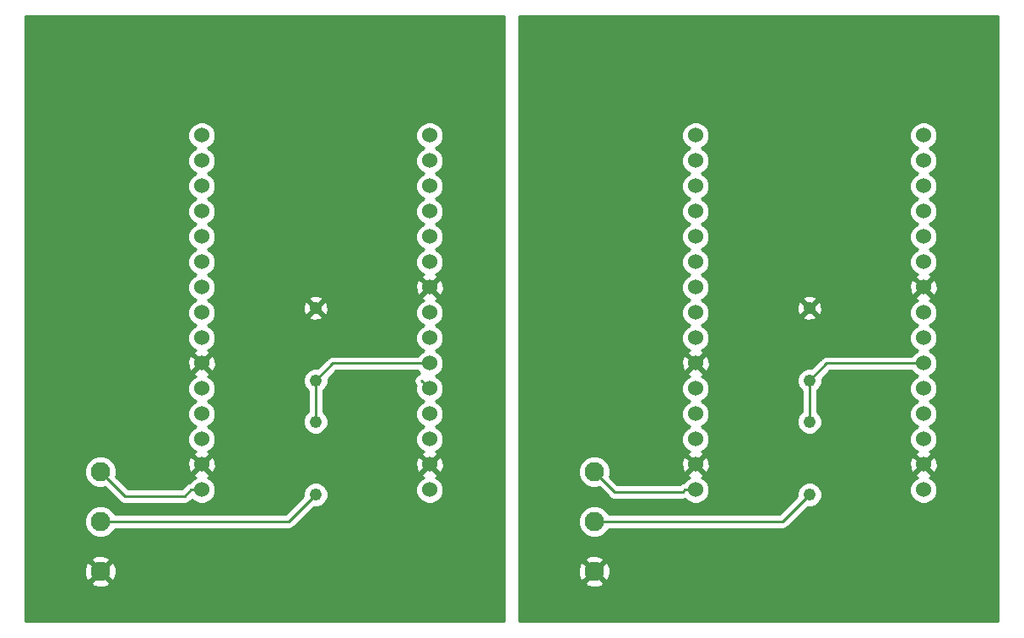
<source format=gbr>
G04 #@! TF.GenerationSoftware,KiCad,Pcbnew,5.0.2-bee76a0~70~ubuntu16.04.1*
G04 #@! TF.CreationDate,2018-12-11T21:33:29-07:00*
G04 #@! TF.ProjectId,ESP8266-WiFi-RFID,45535038-3236-4362-9d57-6946692d5246,rev?*
G04 #@! TF.SameCoordinates,Original*
G04 #@! TF.FileFunction,Copper,L2,Bot*
G04 #@! TF.FilePolarity,Positive*
%FSLAX46Y46*%
G04 Gerber Fmt 4.6, Leading zero omitted, Abs format (unit mm)*
G04 Created by KiCad (PCBNEW 5.0.2-bee76a0~70~ubuntu16.04.1) date Tue 11 Dec 2018 21:33:29 MST*
%MOMM*%
%LPD*%
G01*
G04 APERTURE LIST*
G04 #@! TA.AperFunction,ComponentPad*
%ADD10C,1.950000*%
G04 #@! TD*
G04 #@! TA.AperFunction,ComponentPad*
%ADD11C,1.238000*%
G04 #@! TD*
G04 #@! TA.AperFunction,ComponentPad*
%ADD12C,1.524000*%
G04 #@! TD*
G04 #@! TA.AperFunction,Conductor*
%ADD13C,0.250000*%
G04 #@! TD*
G04 #@! TA.AperFunction,Conductor*
%ADD14C,0.254000*%
G04 #@! TD*
G04 APERTURE END LIST*
D10*
G04 #@! TO.P,J1,2*
G04 #@! TO.N,Net-(J1-Pad2)*
X83820000Y-114300000D03*
G04 #@! TO.P,J1,1*
G04 #@! TO.N,VCC1*
X83820000Y-109300000D03*
G04 #@! TO.P,J1,3*
G04 #@! TO.N,GND1*
X83820000Y-119300000D03*
G04 #@! TD*
G04 #@! TO.P,J2,3*
G04 #@! TO.N,GND2*
X133350000Y-119300000D03*
G04 #@! TO.P,J2,1*
G04 #@! TO.N,VCC2*
X133350000Y-109300000D03*
G04 #@! TO.P,J2,2*
G04 #@! TO.N,Net-(J2-Pad2)*
X133350000Y-114300000D03*
G04 #@! TD*
D11*
G04 #@! TO.P,R1,2*
G04 #@! TO.N,Net-(J1-Pad2)*
X105410000Y-111600000D03*
G04 #@! TO.P,R1,1*
G04 #@! TO.N,Net-(R1-Pad1)*
X105410000Y-104300000D03*
G04 #@! TD*
G04 #@! TO.P,R2,1*
G04 #@! TO.N,GND1*
X105410000Y-92870000D03*
G04 #@! TO.P,R2,2*
G04 #@! TO.N,Net-(R1-Pad1)*
X105410000Y-100170000D03*
G04 #@! TD*
G04 #@! TO.P,R3,2*
G04 #@! TO.N,Net-(J2-Pad2)*
X154940000Y-111600000D03*
G04 #@! TO.P,R3,1*
G04 #@! TO.N,Net-(R3-Pad1)*
X154940000Y-104300000D03*
G04 #@! TD*
G04 #@! TO.P,R4,1*
G04 #@! TO.N,GND2*
X154940000Y-92870000D03*
G04 #@! TO.P,R4,2*
G04 #@! TO.N,Net-(R3-Pad1)*
X154940000Y-100170000D03*
G04 #@! TD*
D12*
G04 #@! TO.P,U1,1*
G04 #@! TO.N,Net-(U1-Pad1)*
X93980000Y-75565000D03*
G04 #@! TO.P,U1,2*
G04 #@! TO.N,Net-(U1-Pad2)*
X93980000Y-78105000D03*
G04 #@! TO.P,U1,3*
G04 #@! TO.N,Net-(U1-Pad3)*
X93980000Y-80645000D03*
G04 #@! TO.P,U1,4*
G04 #@! TO.N,Net-(U1-Pad4)*
X93980000Y-83185000D03*
G04 #@! TO.P,U1,5*
G04 #@! TO.N,Net-(U1-Pad5)*
X93980000Y-85725000D03*
G04 #@! TO.P,U1,6*
G04 #@! TO.N,Net-(U1-Pad6)*
X93980000Y-88265000D03*
G04 #@! TO.P,U1,7*
G04 #@! TO.N,Net-(U1-Pad7)*
X93980000Y-90805000D03*
G04 #@! TO.P,U1,8*
G04 #@! TO.N,Net-(U1-Pad8)*
X93980000Y-93345000D03*
G04 #@! TO.P,U1,9*
G04 #@! TO.N,Net-(U1-Pad9)*
X93980000Y-95885000D03*
G04 #@! TO.P,U1,10*
G04 #@! TO.N,GND1*
X93980000Y-98425000D03*
G04 #@! TO.P,U1,11*
G04 #@! TO.N,Net-(U1-Pad11)*
X93980000Y-100965000D03*
G04 #@! TO.P,U1,12*
G04 #@! TO.N,Net-(U1-Pad12)*
X93980000Y-103505000D03*
G04 #@! TO.P,U1,13*
G04 #@! TO.N,Net-(U1-Pad13)*
X93980000Y-106045000D03*
G04 #@! TO.P,U1,14*
G04 #@! TO.N,GND1*
X93980000Y-108585000D03*
G04 #@! TO.P,U1,15*
G04 #@! TO.N,VCC1*
X93980000Y-111125000D03*
G04 #@! TO.P,U1,16*
G04 #@! TO.N,Net-(U1-Pad16)*
X116840000Y-111125000D03*
G04 #@! TO.P,U1,17*
G04 #@! TO.N,GND1*
X116840000Y-108585000D03*
G04 #@! TO.P,U1,18*
G04 #@! TO.N,Net-(U1-Pad18)*
X116840000Y-106045000D03*
G04 #@! TO.P,U1,19*
G04 #@! TO.N,Net-(U1-Pad19)*
X116840000Y-103505000D03*
G04 #@! TO.P,U1,20*
G04 #@! TO.N,Net-(U1-Pad20)*
X116840000Y-100965000D03*
G04 #@! TO.P,U1,21*
G04 #@! TO.N,Net-(R1-Pad1)*
X116840000Y-98425000D03*
G04 #@! TO.P,U1,22*
G04 #@! TO.N,Net-(U1-Pad22)*
X116840000Y-95885000D03*
G04 #@! TO.P,U1,23*
G04 #@! TO.N,Net-(U1-Pad23)*
X116840000Y-93345000D03*
G04 #@! TO.P,U1,24*
G04 #@! TO.N,GND1*
X116840000Y-90805000D03*
G04 #@! TO.P,U1,25*
G04 #@! TO.N,Net-(U1-Pad25)*
X116840000Y-88265000D03*
G04 #@! TO.P,U1,26*
G04 #@! TO.N,Net-(U1-Pad26)*
X116840000Y-85725000D03*
G04 #@! TO.P,U1,27*
G04 #@! TO.N,Net-(U1-Pad27)*
X116840000Y-83185000D03*
G04 #@! TO.P,U1,28*
G04 #@! TO.N,Net-(U1-Pad28)*
X116840000Y-80645000D03*
G04 #@! TO.P,U1,29*
G04 #@! TO.N,Net-(U1-Pad29)*
X116840000Y-78105000D03*
G04 #@! TO.P,U1,30*
G04 #@! TO.N,Net-(U1-Pad30)*
X116840000Y-75565000D03*
G04 #@! TD*
G04 #@! TO.P,U2,30*
G04 #@! TO.N,Net-(U2-Pad30)*
X166370000Y-75565000D03*
G04 #@! TO.P,U2,29*
G04 #@! TO.N,Net-(U2-Pad29)*
X166370000Y-78105000D03*
G04 #@! TO.P,U2,28*
G04 #@! TO.N,Net-(U2-Pad28)*
X166370000Y-80645000D03*
G04 #@! TO.P,U2,27*
G04 #@! TO.N,Net-(U2-Pad27)*
X166370000Y-83185000D03*
G04 #@! TO.P,U2,26*
G04 #@! TO.N,Net-(U2-Pad26)*
X166370000Y-85725000D03*
G04 #@! TO.P,U2,25*
G04 #@! TO.N,Net-(U2-Pad25)*
X166370000Y-88265000D03*
G04 #@! TO.P,U2,24*
G04 #@! TO.N,GND2*
X166370000Y-90805000D03*
G04 #@! TO.P,U2,23*
G04 #@! TO.N,Net-(U2-Pad23)*
X166370000Y-93345000D03*
G04 #@! TO.P,U2,22*
G04 #@! TO.N,Net-(U2-Pad22)*
X166370000Y-95885000D03*
G04 #@! TO.P,U2,21*
G04 #@! TO.N,Net-(R3-Pad1)*
X166370000Y-98425000D03*
G04 #@! TO.P,U2,20*
G04 #@! TO.N,Net-(U2-Pad20)*
X166370000Y-100965000D03*
G04 #@! TO.P,U2,19*
G04 #@! TO.N,Net-(U2-Pad19)*
X166370000Y-103505000D03*
G04 #@! TO.P,U2,18*
G04 #@! TO.N,Net-(U2-Pad18)*
X166370000Y-106045000D03*
G04 #@! TO.P,U2,17*
G04 #@! TO.N,GND2*
X166370000Y-108585000D03*
G04 #@! TO.P,U2,16*
G04 #@! TO.N,Net-(U2-Pad16)*
X166370000Y-111125000D03*
G04 #@! TO.P,U2,15*
G04 #@! TO.N,VCC2*
X143510000Y-111125000D03*
G04 #@! TO.P,U2,14*
G04 #@! TO.N,GND2*
X143510000Y-108585000D03*
G04 #@! TO.P,U2,13*
G04 #@! TO.N,Net-(U2-Pad13)*
X143510000Y-106045000D03*
G04 #@! TO.P,U2,12*
G04 #@! TO.N,Net-(U2-Pad12)*
X143510000Y-103505000D03*
G04 #@! TO.P,U2,11*
G04 #@! TO.N,Net-(U2-Pad11)*
X143510000Y-100965000D03*
G04 #@! TO.P,U2,10*
G04 #@! TO.N,GND2*
X143510000Y-98425000D03*
G04 #@! TO.P,U2,9*
G04 #@! TO.N,Net-(U2-Pad9)*
X143510000Y-95885000D03*
G04 #@! TO.P,U2,8*
G04 #@! TO.N,Net-(U2-Pad8)*
X143510000Y-93345000D03*
G04 #@! TO.P,U2,7*
G04 #@! TO.N,Net-(U2-Pad7)*
X143510000Y-90805000D03*
G04 #@! TO.P,U2,6*
G04 #@! TO.N,Net-(U2-Pad6)*
X143510000Y-88265000D03*
G04 #@! TO.P,U2,5*
G04 #@! TO.N,Net-(U2-Pad5)*
X143510000Y-85725000D03*
G04 #@! TO.P,U2,4*
G04 #@! TO.N,Net-(U2-Pad4)*
X143510000Y-83185000D03*
G04 #@! TO.P,U2,3*
G04 #@! TO.N,Net-(U2-Pad3)*
X143510000Y-80645000D03*
G04 #@! TO.P,U2,2*
G04 #@! TO.N,Net-(U2-Pad2)*
X143510000Y-78105000D03*
G04 #@! TO.P,U2,1*
G04 #@! TO.N,Net-(U2-Pad1)*
X143510000Y-75565000D03*
G04 #@! TD*
D13*
G04 #@! TO.N,Net-(J1-Pad2)*
X102710000Y-114300000D02*
X83820000Y-114300000D01*
X105410000Y-111600000D02*
X102710000Y-114300000D01*
G04 #@! TO.N,Net-(J2-Pad2)*
X152240000Y-114300000D02*
X133350000Y-114300000D01*
X154940000Y-111600000D02*
X152240000Y-114300000D01*
G04 #@! TO.N,Net-(U1-Pad20)*
X116840000Y-100965000D02*
X116045000Y-100170000D01*
G04 #@! TO.N,Net-(R1-Pad1)*
X105410000Y-100170000D02*
X105410000Y-104300000D01*
X107155000Y-98425000D02*
X105410000Y-100170000D01*
X116840000Y-98425000D02*
X107155000Y-98425000D01*
G04 #@! TO.N,Net-(R3-Pad1)*
X154940000Y-100170000D02*
X154940000Y-104300000D01*
X156685000Y-98425000D02*
X154940000Y-100170000D01*
X166370000Y-98425000D02*
X156685000Y-98425000D01*
G04 #@! TO.N,VCC1*
X92902370Y-111125000D02*
X92267370Y-111760000D01*
X93980000Y-111125000D02*
X92902370Y-111125000D01*
X86280000Y-111760000D02*
X83820000Y-109300000D01*
X92267370Y-111760000D02*
X86280000Y-111760000D01*
G04 #@! TO.N,VCC2*
X142432370Y-111125000D02*
X142240000Y-111317370D01*
X143510000Y-111125000D02*
X142432370Y-111125000D01*
X134324999Y-110274999D02*
X133350000Y-109300000D01*
X135367370Y-111317370D02*
X134324999Y-110274999D01*
X142240000Y-111317370D02*
X135367370Y-111317370D01*
G04 #@! TD*
D14*
G04 #@! TO.N,GND2*
G36*
X173863000Y-124333000D02*
X125857000Y-124333000D01*
X125857000Y-120434442D01*
X132395163Y-120434442D01*
X132490763Y-120698704D01*
X133091429Y-120921049D01*
X133731461Y-120896605D01*
X134209237Y-120698704D01*
X134304837Y-120434442D01*
X133350000Y-119479605D01*
X132395163Y-120434442D01*
X125857000Y-120434442D01*
X125857000Y-119041429D01*
X131728951Y-119041429D01*
X131753395Y-119681461D01*
X131951296Y-120159237D01*
X132215558Y-120254837D01*
X133170395Y-119300000D01*
X133529605Y-119300000D01*
X134484442Y-120254837D01*
X134748704Y-120159237D01*
X134971049Y-119558571D01*
X134946605Y-118918539D01*
X134748704Y-118440763D01*
X134484442Y-118345163D01*
X133529605Y-119300000D01*
X133170395Y-119300000D01*
X132215558Y-118345163D01*
X131951296Y-118440763D01*
X131728951Y-119041429D01*
X125857000Y-119041429D01*
X125857000Y-118165558D01*
X132395163Y-118165558D01*
X133350000Y-119120395D01*
X134304837Y-118165558D01*
X134209237Y-117901296D01*
X133608571Y-117678951D01*
X132968539Y-117703395D01*
X132490763Y-117901296D01*
X132395163Y-118165558D01*
X125857000Y-118165558D01*
X125857000Y-113979751D01*
X131740000Y-113979751D01*
X131740000Y-114620249D01*
X131985108Y-115211992D01*
X132438008Y-115664892D01*
X133029751Y-115910000D01*
X133670249Y-115910000D01*
X134261992Y-115664892D01*
X134714892Y-115211992D01*
X134777849Y-115060000D01*
X152165153Y-115060000D01*
X152240000Y-115074888D01*
X152314847Y-115060000D01*
X152314852Y-115060000D01*
X152536537Y-115015904D01*
X152787929Y-114847929D01*
X152830331Y-114784470D01*
X154760802Y-112854000D01*
X155189436Y-112854000D01*
X155650334Y-112663090D01*
X156003090Y-112310334D01*
X156194000Y-111849436D01*
X156194000Y-111350564D01*
X156003090Y-110889666D01*
X155960543Y-110847119D01*
X164973000Y-110847119D01*
X164973000Y-111402881D01*
X165185680Y-111916337D01*
X165578663Y-112309320D01*
X166092119Y-112522000D01*
X166647881Y-112522000D01*
X167161337Y-112309320D01*
X167554320Y-111916337D01*
X167767000Y-111402881D01*
X167767000Y-110847119D01*
X167554320Y-110333663D01*
X167161337Y-109940680D01*
X166970353Y-109861572D01*
X167101143Y-109807397D01*
X167170608Y-109565213D01*
X166370000Y-108764605D01*
X165569392Y-109565213D01*
X165638857Y-109807397D01*
X165779393Y-109857535D01*
X165578663Y-109940680D01*
X165185680Y-110333663D01*
X164973000Y-110847119D01*
X155960543Y-110847119D01*
X155650334Y-110536910D01*
X155189436Y-110346000D01*
X154690564Y-110346000D01*
X154229666Y-110536910D01*
X153876910Y-110889666D01*
X153686000Y-111350564D01*
X153686000Y-111779198D01*
X151925199Y-113540000D01*
X134777849Y-113540000D01*
X134714892Y-113388008D01*
X134261992Y-112935108D01*
X133670249Y-112690000D01*
X133029751Y-112690000D01*
X132438008Y-112935108D01*
X131985108Y-113388008D01*
X131740000Y-113979751D01*
X125857000Y-113979751D01*
X125857000Y-108979751D01*
X131740000Y-108979751D01*
X131740000Y-109620249D01*
X131985108Y-110211992D01*
X132438008Y-110664892D01*
X133029751Y-110910000D01*
X133670249Y-110910000D01*
X133822241Y-110847043D01*
X133840526Y-110865328D01*
X133840529Y-110865330D01*
X134777041Y-111801843D01*
X134819441Y-111865299D01*
X135070833Y-112033274D01*
X135292518Y-112077370D01*
X135292522Y-112077370D01*
X135367369Y-112092258D01*
X135442216Y-112077370D01*
X142165153Y-112077370D01*
X142240000Y-112092258D01*
X142314847Y-112077370D01*
X142314852Y-112077370D01*
X142458199Y-112048856D01*
X142718663Y-112309320D01*
X143232119Y-112522000D01*
X143787881Y-112522000D01*
X144301337Y-112309320D01*
X144694320Y-111916337D01*
X144907000Y-111402881D01*
X144907000Y-110847119D01*
X144694320Y-110333663D01*
X144301337Y-109940680D01*
X144110353Y-109861572D01*
X144241143Y-109807397D01*
X144310608Y-109565213D01*
X143510000Y-108764605D01*
X142709392Y-109565213D01*
X142778857Y-109807397D01*
X142919393Y-109857535D01*
X142718663Y-109940680D01*
X142325680Y-110333663D01*
X142308676Y-110374715D01*
X142135833Y-110409096D01*
X141913926Y-110557370D01*
X135682172Y-110557370D01*
X134915330Y-109790529D01*
X134915328Y-109790526D01*
X134897043Y-109772241D01*
X134960000Y-109620249D01*
X134960000Y-108979751D01*
X134714892Y-108388008D01*
X134704186Y-108377302D01*
X142100856Y-108377302D01*
X142128638Y-108932368D01*
X142287603Y-109316143D01*
X142529787Y-109385608D01*
X143330395Y-108585000D01*
X143689605Y-108585000D01*
X144490213Y-109385608D01*
X144732397Y-109316143D01*
X144919144Y-108792698D01*
X144898353Y-108377302D01*
X164960856Y-108377302D01*
X164988638Y-108932368D01*
X165147603Y-109316143D01*
X165389787Y-109385608D01*
X166190395Y-108585000D01*
X166549605Y-108585000D01*
X167350213Y-109385608D01*
X167592397Y-109316143D01*
X167779144Y-108792698D01*
X167751362Y-108237632D01*
X167592397Y-107853857D01*
X167350213Y-107784392D01*
X166549605Y-108585000D01*
X166190395Y-108585000D01*
X165389787Y-107784392D01*
X165147603Y-107853857D01*
X164960856Y-108377302D01*
X144898353Y-108377302D01*
X144891362Y-108237632D01*
X144732397Y-107853857D01*
X144490213Y-107784392D01*
X143689605Y-108585000D01*
X143330395Y-108585000D01*
X142529787Y-107784392D01*
X142287603Y-107853857D01*
X142100856Y-108377302D01*
X134704186Y-108377302D01*
X134261992Y-107935108D01*
X133670249Y-107690000D01*
X133029751Y-107690000D01*
X132438008Y-107935108D01*
X131985108Y-108388008D01*
X131740000Y-108979751D01*
X125857000Y-108979751D01*
X125857000Y-100687119D01*
X142113000Y-100687119D01*
X142113000Y-101242881D01*
X142325680Y-101756337D01*
X142718663Y-102149320D01*
X142925513Y-102235000D01*
X142718663Y-102320680D01*
X142325680Y-102713663D01*
X142113000Y-103227119D01*
X142113000Y-103782881D01*
X142325680Y-104296337D01*
X142718663Y-104689320D01*
X142925513Y-104775000D01*
X142718663Y-104860680D01*
X142325680Y-105253663D01*
X142113000Y-105767119D01*
X142113000Y-106322881D01*
X142325680Y-106836337D01*
X142718663Y-107229320D01*
X142909647Y-107308428D01*
X142778857Y-107362603D01*
X142709392Y-107604787D01*
X143510000Y-108405395D01*
X144310608Y-107604787D01*
X144241143Y-107362603D01*
X144100607Y-107312465D01*
X144301337Y-107229320D01*
X144694320Y-106836337D01*
X144907000Y-106322881D01*
X144907000Y-105767119D01*
X144694320Y-105253663D01*
X144301337Y-104860680D01*
X144094487Y-104775000D01*
X144301337Y-104689320D01*
X144694320Y-104296337D01*
X144907000Y-103782881D01*
X144907000Y-103227119D01*
X144694320Y-102713663D01*
X144301337Y-102320680D01*
X144094487Y-102235000D01*
X144301337Y-102149320D01*
X144694320Y-101756337D01*
X144907000Y-101242881D01*
X144907000Y-100687119D01*
X144694320Y-100173663D01*
X144441221Y-99920564D01*
X153686000Y-99920564D01*
X153686000Y-100419436D01*
X153876910Y-100880334D01*
X154180000Y-101183424D01*
X154180001Y-103286575D01*
X153876910Y-103589666D01*
X153686000Y-104050564D01*
X153686000Y-104549436D01*
X153876910Y-105010334D01*
X154229666Y-105363090D01*
X154690564Y-105554000D01*
X155189436Y-105554000D01*
X155650334Y-105363090D01*
X156003090Y-105010334D01*
X156194000Y-104549436D01*
X156194000Y-104050564D01*
X156003090Y-103589666D01*
X155700000Y-103286576D01*
X155700000Y-101183424D01*
X156003090Y-100880334D01*
X156194000Y-100419436D01*
X156194000Y-99990801D01*
X156999802Y-99185000D01*
X165172700Y-99185000D01*
X165185680Y-99216337D01*
X165578663Y-99609320D01*
X165785513Y-99695000D01*
X165578663Y-99780680D01*
X165185680Y-100173663D01*
X164973000Y-100687119D01*
X164973000Y-101242881D01*
X165185680Y-101756337D01*
X165578663Y-102149320D01*
X165785513Y-102235000D01*
X165578663Y-102320680D01*
X165185680Y-102713663D01*
X164973000Y-103227119D01*
X164973000Y-103782881D01*
X165185680Y-104296337D01*
X165578663Y-104689320D01*
X165785513Y-104775000D01*
X165578663Y-104860680D01*
X165185680Y-105253663D01*
X164973000Y-105767119D01*
X164973000Y-106322881D01*
X165185680Y-106836337D01*
X165578663Y-107229320D01*
X165769647Y-107308428D01*
X165638857Y-107362603D01*
X165569392Y-107604787D01*
X166370000Y-108405395D01*
X167170608Y-107604787D01*
X167101143Y-107362603D01*
X166960607Y-107312465D01*
X167161337Y-107229320D01*
X167554320Y-106836337D01*
X167767000Y-106322881D01*
X167767000Y-105767119D01*
X167554320Y-105253663D01*
X167161337Y-104860680D01*
X166954487Y-104775000D01*
X167161337Y-104689320D01*
X167554320Y-104296337D01*
X167767000Y-103782881D01*
X167767000Y-103227119D01*
X167554320Y-102713663D01*
X167161337Y-102320680D01*
X166954487Y-102235000D01*
X167161337Y-102149320D01*
X167554320Y-101756337D01*
X167767000Y-101242881D01*
X167767000Y-100687119D01*
X167554320Y-100173663D01*
X167161337Y-99780680D01*
X166954487Y-99695000D01*
X167161337Y-99609320D01*
X167554320Y-99216337D01*
X167767000Y-98702881D01*
X167767000Y-98147119D01*
X167554320Y-97633663D01*
X167161337Y-97240680D01*
X166954487Y-97155000D01*
X167161337Y-97069320D01*
X167554320Y-96676337D01*
X167767000Y-96162881D01*
X167767000Y-95607119D01*
X167554320Y-95093663D01*
X167161337Y-94700680D01*
X166954487Y-94615000D01*
X167161337Y-94529320D01*
X167554320Y-94136337D01*
X167767000Y-93622881D01*
X167767000Y-93067119D01*
X167554320Y-92553663D01*
X167161337Y-92160680D01*
X166970353Y-92081572D01*
X167101143Y-92027397D01*
X167170608Y-91785213D01*
X166370000Y-90984605D01*
X165569392Y-91785213D01*
X165638857Y-92027397D01*
X165779393Y-92077535D01*
X165578663Y-92160680D01*
X165185680Y-92553663D01*
X164973000Y-93067119D01*
X164973000Y-93622881D01*
X165185680Y-94136337D01*
X165578663Y-94529320D01*
X165785513Y-94615000D01*
X165578663Y-94700680D01*
X165185680Y-95093663D01*
X164973000Y-95607119D01*
X164973000Y-96162881D01*
X165185680Y-96676337D01*
X165578663Y-97069320D01*
X165785513Y-97155000D01*
X165578663Y-97240680D01*
X165185680Y-97633663D01*
X165172700Y-97665000D01*
X156759848Y-97665000D01*
X156685000Y-97650112D01*
X156610152Y-97665000D01*
X156610148Y-97665000D01*
X156436605Y-97699520D01*
X156388462Y-97709096D01*
X156201418Y-97834076D01*
X156137071Y-97877071D01*
X156094671Y-97940527D01*
X155119199Y-98916000D01*
X154690564Y-98916000D01*
X154229666Y-99106910D01*
X153876910Y-99459666D01*
X153686000Y-99920564D01*
X144441221Y-99920564D01*
X144301337Y-99780680D01*
X144110353Y-99701572D01*
X144241143Y-99647397D01*
X144310608Y-99405213D01*
X143510000Y-98604605D01*
X142709392Y-99405213D01*
X142778857Y-99647397D01*
X142919393Y-99697535D01*
X142718663Y-99780680D01*
X142325680Y-100173663D01*
X142113000Y-100687119D01*
X125857000Y-100687119D01*
X125857000Y-98217302D01*
X142100856Y-98217302D01*
X142128638Y-98772368D01*
X142287603Y-99156143D01*
X142529787Y-99225608D01*
X143330395Y-98425000D01*
X143689605Y-98425000D01*
X144490213Y-99225608D01*
X144732397Y-99156143D01*
X144919144Y-98632698D01*
X144891362Y-98077632D01*
X144732397Y-97693857D01*
X144490213Y-97624392D01*
X143689605Y-98425000D01*
X143330395Y-98425000D01*
X142529787Y-97624392D01*
X142287603Y-97693857D01*
X142100856Y-98217302D01*
X125857000Y-98217302D01*
X125857000Y-75287119D01*
X142113000Y-75287119D01*
X142113000Y-75842881D01*
X142325680Y-76356337D01*
X142718663Y-76749320D01*
X142925513Y-76835000D01*
X142718663Y-76920680D01*
X142325680Y-77313663D01*
X142113000Y-77827119D01*
X142113000Y-78382881D01*
X142325680Y-78896337D01*
X142718663Y-79289320D01*
X142925513Y-79375000D01*
X142718663Y-79460680D01*
X142325680Y-79853663D01*
X142113000Y-80367119D01*
X142113000Y-80922881D01*
X142325680Y-81436337D01*
X142718663Y-81829320D01*
X142925513Y-81915000D01*
X142718663Y-82000680D01*
X142325680Y-82393663D01*
X142113000Y-82907119D01*
X142113000Y-83462881D01*
X142325680Y-83976337D01*
X142718663Y-84369320D01*
X142925513Y-84455000D01*
X142718663Y-84540680D01*
X142325680Y-84933663D01*
X142113000Y-85447119D01*
X142113000Y-86002881D01*
X142325680Y-86516337D01*
X142718663Y-86909320D01*
X142925513Y-86995000D01*
X142718663Y-87080680D01*
X142325680Y-87473663D01*
X142113000Y-87987119D01*
X142113000Y-88542881D01*
X142325680Y-89056337D01*
X142718663Y-89449320D01*
X142925513Y-89535000D01*
X142718663Y-89620680D01*
X142325680Y-90013663D01*
X142113000Y-90527119D01*
X142113000Y-91082881D01*
X142325680Y-91596337D01*
X142718663Y-91989320D01*
X142925513Y-92075000D01*
X142718663Y-92160680D01*
X142325680Y-92553663D01*
X142113000Y-93067119D01*
X142113000Y-93622881D01*
X142325680Y-94136337D01*
X142718663Y-94529320D01*
X142925513Y-94615000D01*
X142718663Y-94700680D01*
X142325680Y-95093663D01*
X142113000Y-95607119D01*
X142113000Y-96162881D01*
X142325680Y-96676337D01*
X142718663Y-97069320D01*
X142909647Y-97148428D01*
X142778857Y-97202603D01*
X142709392Y-97444787D01*
X143510000Y-98245395D01*
X144310608Y-97444787D01*
X144241143Y-97202603D01*
X144100607Y-97152465D01*
X144301337Y-97069320D01*
X144694320Y-96676337D01*
X144907000Y-96162881D01*
X144907000Y-95607119D01*
X144694320Y-95093663D01*
X144301337Y-94700680D01*
X144094487Y-94615000D01*
X144301337Y-94529320D01*
X144694320Y-94136337D01*
X144855785Y-93746524D01*
X154243081Y-93746524D01*
X154294939Y-93973915D01*
X154766492Y-94136739D01*
X155264459Y-94106713D01*
X155585061Y-93973915D01*
X155636919Y-93746524D01*
X154940000Y-93049605D01*
X154243081Y-93746524D01*
X144855785Y-93746524D01*
X144907000Y-93622881D01*
X144907000Y-93067119D01*
X144753482Y-92696492D01*
X153673261Y-92696492D01*
X153703287Y-93194459D01*
X153836085Y-93515061D01*
X154063476Y-93566919D01*
X154760395Y-92870000D01*
X155119605Y-92870000D01*
X155816524Y-93566919D01*
X156043915Y-93515061D01*
X156206739Y-93043508D01*
X156176713Y-92545541D01*
X156043915Y-92224939D01*
X155816524Y-92173081D01*
X155119605Y-92870000D01*
X154760395Y-92870000D01*
X154063476Y-92173081D01*
X153836085Y-92224939D01*
X153673261Y-92696492D01*
X144753482Y-92696492D01*
X144694320Y-92553663D01*
X144301337Y-92160680D01*
X144094487Y-92075000D01*
X144291303Y-91993476D01*
X154243081Y-91993476D01*
X154940000Y-92690395D01*
X155636919Y-91993476D01*
X155585061Y-91766085D01*
X155113508Y-91603261D01*
X154615541Y-91633287D01*
X154294939Y-91766085D01*
X154243081Y-91993476D01*
X144291303Y-91993476D01*
X144301337Y-91989320D01*
X144694320Y-91596337D01*
X144907000Y-91082881D01*
X144907000Y-90597302D01*
X164960856Y-90597302D01*
X164988638Y-91152368D01*
X165147603Y-91536143D01*
X165389787Y-91605608D01*
X166190395Y-90805000D01*
X166549605Y-90805000D01*
X167350213Y-91605608D01*
X167592397Y-91536143D01*
X167779144Y-91012698D01*
X167751362Y-90457632D01*
X167592397Y-90073857D01*
X167350213Y-90004392D01*
X166549605Y-90805000D01*
X166190395Y-90805000D01*
X165389787Y-90004392D01*
X165147603Y-90073857D01*
X164960856Y-90597302D01*
X144907000Y-90597302D01*
X144907000Y-90527119D01*
X144694320Y-90013663D01*
X144301337Y-89620680D01*
X144094487Y-89535000D01*
X144301337Y-89449320D01*
X144694320Y-89056337D01*
X144907000Y-88542881D01*
X144907000Y-87987119D01*
X144694320Y-87473663D01*
X144301337Y-87080680D01*
X144094487Y-86995000D01*
X144301337Y-86909320D01*
X144694320Y-86516337D01*
X144907000Y-86002881D01*
X144907000Y-85447119D01*
X144694320Y-84933663D01*
X144301337Y-84540680D01*
X144094487Y-84455000D01*
X144301337Y-84369320D01*
X144694320Y-83976337D01*
X144907000Y-83462881D01*
X144907000Y-82907119D01*
X144694320Y-82393663D01*
X144301337Y-82000680D01*
X144094487Y-81915000D01*
X144301337Y-81829320D01*
X144694320Y-81436337D01*
X144907000Y-80922881D01*
X144907000Y-80367119D01*
X144694320Y-79853663D01*
X144301337Y-79460680D01*
X144094487Y-79375000D01*
X144301337Y-79289320D01*
X144694320Y-78896337D01*
X144907000Y-78382881D01*
X144907000Y-77827119D01*
X144694320Y-77313663D01*
X144301337Y-76920680D01*
X144094487Y-76835000D01*
X144301337Y-76749320D01*
X144694320Y-76356337D01*
X144907000Y-75842881D01*
X144907000Y-75287119D01*
X164973000Y-75287119D01*
X164973000Y-75842881D01*
X165185680Y-76356337D01*
X165578663Y-76749320D01*
X165785513Y-76835000D01*
X165578663Y-76920680D01*
X165185680Y-77313663D01*
X164973000Y-77827119D01*
X164973000Y-78382881D01*
X165185680Y-78896337D01*
X165578663Y-79289320D01*
X165785513Y-79375000D01*
X165578663Y-79460680D01*
X165185680Y-79853663D01*
X164973000Y-80367119D01*
X164973000Y-80922881D01*
X165185680Y-81436337D01*
X165578663Y-81829320D01*
X165785513Y-81915000D01*
X165578663Y-82000680D01*
X165185680Y-82393663D01*
X164973000Y-82907119D01*
X164973000Y-83462881D01*
X165185680Y-83976337D01*
X165578663Y-84369320D01*
X165785513Y-84455000D01*
X165578663Y-84540680D01*
X165185680Y-84933663D01*
X164973000Y-85447119D01*
X164973000Y-86002881D01*
X165185680Y-86516337D01*
X165578663Y-86909320D01*
X165785513Y-86995000D01*
X165578663Y-87080680D01*
X165185680Y-87473663D01*
X164973000Y-87987119D01*
X164973000Y-88542881D01*
X165185680Y-89056337D01*
X165578663Y-89449320D01*
X165769647Y-89528428D01*
X165638857Y-89582603D01*
X165569392Y-89824787D01*
X166370000Y-90625395D01*
X167170608Y-89824787D01*
X167101143Y-89582603D01*
X166960607Y-89532465D01*
X167161337Y-89449320D01*
X167554320Y-89056337D01*
X167767000Y-88542881D01*
X167767000Y-87987119D01*
X167554320Y-87473663D01*
X167161337Y-87080680D01*
X166954487Y-86995000D01*
X167161337Y-86909320D01*
X167554320Y-86516337D01*
X167767000Y-86002881D01*
X167767000Y-85447119D01*
X167554320Y-84933663D01*
X167161337Y-84540680D01*
X166954487Y-84455000D01*
X167161337Y-84369320D01*
X167554320Y-83976337D01*
X167767000Y-83462881D01*
X167767000Y-82907119D01*
X167554320Y-82393663D01*
X167161337Y-82000680D01*
X166954487Y-81915000D01*
X167161337Y-81829320D01*
X167554320Y-81436337D01*
X167767000Y-80922881D01*
X167767000Y-80367119D01*
X167554320Y-79853663D01*
X167161337Y-79460680D01*
X166954487Y-79375000D01*
X167161337Y-79289320D01*
X167554320Y-78896337D01*
X167767000Y-78382881D01*
X167767000Y-77827119D01*
X167554320Y-77313663D01*
X167161337Y-76920680D01*
X166954487Y-76835000D01*
X167161337Y-76749320D01*
X167554320Y-76356337D01*
X167767000Y-75842881D01*
X167767000Y-75287119D01*
X167554320Y-74773663D01*
X167161337Y-74380680D01*
X166647881Y-74168000D01*
X166092119Y-74168000D01*
X165578663Y-74380680D01*
X165185680Y-74773663D01*
X164973000Y-75287119D01*
X144907000Y-75287119D01*
X144694320Y-74773663D01*
X144301337Y-74380680D01*
X143787881Y-74168000D01*
X143232119Y-74168000D01*
X142718663Y-74380680D01*
X142325680Y-74773663D01*
X142113000Y-75287119D01*
X125857000Y-75287119D01*
X125857000Y-63627000D01*
X173863000Y-63627000D01*
X173863000Y-124333000D01*
X173863000Y-124333000D01*
G37*
X173863000Y-124333000D02*
X125857000Y-124333000D01*
X125857000Y-120434442D01*
X132395163Y-120434442D01*
X132490763Y-120698704D01*
X133091429Y-120921049D01*
X133731461Y-120896605D01*
X134209237Y-120698704D01*
X134304837Y-120434442D01*
X133350000Y-119479605D01*
X132395163Y-120434442D01*
X125857000Y-120434442D01*
X125857000Y-119041429D01*
X131728951Y-119041429D01*
X131753395Y-119681461D01*
X131951296Y-120159237D01*
X132215558Y-120254837D01*
X133170395Y-119300000D01*
X133529605Y-119300000D01*
X134484442Y-120254837D01*
X134748704Y-120159237D01*
X134971049Y-119558571D01*
X134946605Y-118918539D01*
X134748704Y-118440763D01*
X134484442Y-118345163D01*
X133529605Y-119300000D01*
X133170395Y-119300000D01*
X132215558Y-118345163D01*
X131951296Y-118440763D01*
X131728951Y-119041429D01*
X125857000Y-119041429D01*
X125857000Y-118165558D01*
X132395163Y-118165558D01*
X133350000Y-119120395D01*
X134304837Y-118165558D01*
X134209237Y-117901296D01*
X133608571Y-117678951D01*
X132968539Y-117703395D01*
X132490763Y-117901296D01*
X132395163Y-118165558D01*
X125857000Y-118165558D01*
X125857000Y-113979751D01*
X131740000Y-113979751D01*
X131740000Y-114620249D01*
X131985108Y-115211992D01*
X132438008Y-115664892D01*
X133029751Y-115910000D01*
X133670249Y-115910000D01*
X134261992Y-115664892D01*
X134714892Y-115211992D01*
X134777849Y-115060000D01*
X152165153Y-115060000D01*
X152240000Y-115074888D01*
X152314847Y-115060000D01*
X152314852Y-115060000D01*
X152536537Y-115015904D01*
X152787929Y-114847929D01*
X152830331Y-114784470D01*
X154760802Y-112854000D01*
X155189436Y-112854000D01*
X155650334Y-112663090D01*
X156003090Y-112310334D01*
X156194000Y-111849436D01*
X156194000Y-111350564D01*
X156003090Y-110889666D01*
X155960543Y-110847119D01*
X164973000Y-110847119D01*
X164973000Y-111402881D01*
X165185680Y-111916337D01*
X165578663Y-112309320D01*
X166092119Y-112522000D01*
X166647881Y-112522000D01*
X167161337Y-112309320D01*
X167554320Y-111916337D01*
X167767000Y-111402881D01*
X167767000Y-110847119D01*
X167554320Y-110333663D01*
X167161337Y-109940680D01*
X166970353Y-109861572D01*
X167101143Y-109807397D01*
X167170608Y-109565213D01*
X166370000Y-108764605D01*
X165569392Y-109565213D01*
X165638857Y-109807397D01*
X165779393Y-109857535D01*
X165578663Y-109940680D01*
X165185680Y-110333663D01*
X164973000Y-110847119D01*
X155960543Y-110847119D01*
X155650334Y-110536910D01*
X155189436Y-110346000D01*
X154690564Y-110346000D01*
X154229666Y-110536910D01*
X153876910Y-110889666D01*
X153686000Y-111350564D01*
X153686000Y-111779198D01*
X151925199Y-113540000D01*
X134777849Y-113540000D01*
X134714892Y-113388008D01*
X134261992Y-112935108D01*
X133670249Y-112690000D01*
X133029751Y-112690000D01*
X132438008Y-112935108D01*
X131985108Y-113388008D01*
X131740000Y-113979751D01*
X125857000Y-113979751D01*
X125857000Y-108979751D01*
X131740000Y-108979751D01*
X131740000Y-109620249D01*
X131985108Y-110211992D01*
X132438008Y-110664892D01*
X133029751Y-110910000D01*
X133670249Y-110910000D01*
X133822241Y-110847043D01*
X133840526Y-110865328D01*
X133840529Y-110865330D01*
X134777041Y-111801843D01*
X134819441Y-111865299D01*
X135070833Y-112033274D01*
X135292518Y-112077370D01*
X135292522Y-112077370D01*
X135367369Y-112092258D01*
X135442216Y-112077370D01*
X142165153Y-112077370D01*
X142240000Y-112092258D01*
X142314847Y-112077370D01*
X142314852Y-112077370D01*
X142458199Y-112048856D01*
X142718663Y-112309320D01*
X143232119Y-112522000D01*
X143787881Y-112522000D01*
X144301337Y-112309320D01*
X144694320Y-111916337D01*
X144907000Y-111402881D01*
X144907000Y-110847119D01*
X144694320Y-110333663D01*
X144301337Y-109940680D01*
X144110353Y-109861572D01*
X144241143Y-109807397D01*
X144310608Y-109565213D01*
X143510000Y-108764605D01*
X142709392Y-109565213D01*
X142778857Y-109807397D01*
X142919393Y-109857535D01*
X142718663Y-109940680D01*
X142325680Y-110333663D01*
X142308676Y-110374715D01*
X142135833Y-110409096D01*
X141913926Y-110557370D01*
X135682172Y-110557370D01*
X134915330Y-109790529D01*
X134915328Y-109790526D01*
X134897043Y-109772241D01*
X134960000Y-109620249D01*
X134960000Y-108979751D01*
X134714892Y-108388008D01*
X134704186Y-108377302D01*
X142100856Y-108377302D01*
X142128638Y-108932368D01*
X142287603Y-109316143D01*
X142529787Y-109385608D01*
X143330395Y-108585000D01*
X143689605Y-108585000D01*
X144490213Y-109385608D01*
X144732397Y-109316143D01*
X144919144Y-108792698D01*
X144898353Y-108377302D01*
X164960856Y-108377302D01*
X164988638Y-108932368D01*
X165147603Y-109316143D01*
X165389787Y-109385608D01*
X166190395Y-108585000D01*
X166549605Y-108585000D01*
X167350213Y-109385608D01*
X167592397Y-109316143D01*
X167779144Y-108792698D01*
X167751362Y-108237632D01*
X167592397Y-107853857D01*
X167350213Y-107784392D01*
X166549605Y-108585000D01*
X166190395Y-108585000D01*
X165389787Y-107784392D01*
X165147603Y-107853857D01*
X164960856Y-108377302D01*
X144898353Y-108377302D01*
X144891362Y-108237632D01*
X144732397Y-107853857D01*
X144490213Y-107784392D01*
X143689605Y-108585000D01*
X143330395Y-108585000D01*
X142529787Y-107784392D01*
X142287603Y-107853857D01*
X142100856Y-108377302D01*
X134704186Y-108377302D01*
X134261992Y-107935108D01*
X133670249Y-107690000D01*
X133029751Y-107690000D01*
X132438008Y-107935108D01*
X131985108Y-108388008D01*
X131740000Y-108979751D01*
X125857000Y-108979751D01*
X125857000Y-100687119D01*
X142113000Y-100687119D01*
X142113000Y-101242881D01*
X142325680Y-101756337D01*
X142718663Y-102149320D01*
X142925513Y-102235000D01*
X142718663Y-102320680D01*
X142325680Y-102713663D01*
X142113000Y-103227119D01*
X142113000Y-103782881D01*
X142325680Y-104296337D01*
X142718663Y-104689320D01*
X142925513Y-104775000D01*
X142718663Y-104860680D01*
X142325680Y-105253663D01*
X142113000Y-105767119D01*
X142113000Y-106322881D01*
X142325680Y-106836337D01*
X142718663Y-107229320D01*
X142909647Y-107308428D01*
X142778857Y-107362603D01*
X142709392Y-107604787D01*
X143510000Y-108405395D01*
X144310608Y-107604787D01*
X144241143Y-107362603D01*
X144100607Y-107312465D01*
X144301337Y-107229320D01*
X144694320Y-106836337D01*
X144907000Y-106322881D01*
X144907000Y-105767119D01*
X144694320Y-105253663D01*
X144301337Y-104860680D01*
X144094487Y-104775000D01*
X144301337Y-104689320D01*
X144694320Y-104296337D01*
X144907000Y-103782881D01*
X144907000Y-103227119D01*
X144694320Y-102713663D01*
X144301337Y-102320680D01*
X144094487Y-102235000D01*
X144301337Y-102149320D01*
X144694320Y-101756337D01*
X144907000Y-101242881D01*
X144907000Y-100687119D01*
X144694320Y-100173663D01*
X144441221Y-99920564D01*
X153686000Y-99920564D01*
X153686000Y-100419436D01*
X153876910Y-100880334D01*
X154180000Y-101183424D01*
X154180001Y-103286575D01*
X153876910Y-103589666D01*
X153686000Y-104050564D01*
X153686000Y-104549436D01*
X153876910Y-105010334D01*
X154229666Y-105363090D01*
X154690564Y-105554000D01*
X155189436Y-105554000D01*
X155650334Y-105363090D01*
X156003090Y-105010334D01*
X156194000Y-104549436D01*
X156194000Y-104050564D01*
X156003090Y-103589666D01*
X155700000Y-103286576D01*
X155700000Y-101183424D01*
X156003090Y-100880334D01*
X156194000Y-100419436D01*
X156194000Y-99990801D01*
X156999802Y-99185000D01*
X165172700Y-99185000D01*
X165185680Y-99216337D01*
X165578663Y-99609320D01*
X165785513Y-99695000D01*
X165578663Y-99780680D01*
X165185680Y-100173663D01*
X164973000Y-100687119D01*
X164973000Y-101242881D01*
X165185680Y-101756337D01*
X165578663Y-102149320D01*
X165785513Y-102235000D01*
X165578663Y-102320680D01*
X165185680Y-102713663D01*
X164973000Y-103227119D01*
X164973000Y-103782881D01*
X165185680Y-104296337D01*
X165578663Y-104689320D01*
X165785513Y-104775000D01*
X165578663Y-104860680D01*
X165185680Y-105253663D01*
X164973000Y-105767119D01*
X164973000Y-106322881D01*
X165185680Y-106836337D01*
X165578663Y-107229320D01*
X165769647Y-107308428D01*
X165638857Y-107362603D01*
X165569392Y-107604787D01*
X166370000Y-108405395D01*
X167170608Y-107604787D01*
X167101143Y-107362603D01*
X166960607Y-107312465D01*
X167161337Y-107229320D01*
X167554320Y-106836337D01*
X167767000Y-106322881D01*
X167767000Y-105767119D01*
X167554320Y-105253663D01*
X167161337Y-104860680D01*
X166954487Y-104775000D01*
X167161337Y-104689320D01*
X167554320Y-104296337D01*
X167767000Y-103782881D01*
X167767000Y-103227119D01*
X167554320Y-102713663D01*
X167161337Y-102320680D01*
X166954487Y-102235000D01*
X167161337Y-102149320D01*
X167554320Y-101756337D01*
X167767000Y-101242881D01*
X167767000Y-100687119D01*
X167554320Y-100173663D01*
X167161337Y-99780680D01*
X166954487Y-99695000D01*
X167161337Y-99609320D01*
X167554320Y-99216337D01*
X167767000Y-98702881D01*
X167767000Y-98147119D01*
X167554320Y-97633663D01*
X167161337Y-97240680D01*
X166954487Y-97155000D01*
X167161337Y-97069320D01*
X167554320Y-96676337D01*
X167767000Y-96162881D01*
X167767000Y-95607119D01*
X167554320Y-95093663D01*
X167161337Y-94700680D01*
X166954487Y-94615000D01*
X167161337Y-94529320D01*
X167554320Y-94136337D01*
X167767000Y-93622881D01*
X167767000Y-93067119D01*
X167554320Y-92553663D01*
X167161337Y-92160680D01*
X166970353Y-92081572D01*
X167101143Y-92027397D01*
X167170608Y-91785213D01*
X166370000Y-90984605D01*
X165569392Y-91785213D01*
X165638857Y-92027397D01*
X165779393Y-92077535D01*
X165578663Y-92160680D01*
X165185680Y-92553663D01*
X164973000Y-93067119D01*
X164973000Y-93622881D01*
X165185680Y-94136337D01*
X165578663Y-94529320D01*
X165785513Y-94615000D01*
X165578663Y-94700680D01*
X165185680Y-95093663D01*
X164973000Y-95607119D01*
X164973000Y-96162881D01*
X165185680Y-96676337D01*
X165578663Y-97069320D01*
X165785513Y-97155000D01*
X165578663Y-97240680D01*
X165185680Y-97633663D01*
X165172700Y-97665000D01*
X156759848Y-97665000D01*
X156685000Y-97650112D01*
X156610152Y-97665000D01*
X156610148Y-97665000D01*
X156436605Y-97699520D01*
X156388462Y-97709096D01*
X156201418Y-97834076D01*
X156137071Y-97877071D01*
X156094671Y-97940527D01*
X155119199Y-98916000D01*
X154690564Y-98916000D01*
X154229666Y-99106910D01*
X153876910Y-99459666D01*
X153686000Y-99920564D01*
X144441221Y-99920564D01*
X144301337Y-99780680D01*
X144110353Y-99701572D01*
X144241143Y-99647397D01*
X144310608Y-99405213D01*
X143510000Y-98604605D01*
X142709392Y-99405213D01*
X142778857Y-99647397D01*
X142919393Y-99697535D01*
X142718663Y-99780680D01*
X142325680Y-100173663D01*
X142113000Y-100687119D01*
X125857000Y-100687119D01*
X125857000Y-98217302D01*
X142100856Y-98217302D01*
X142128638Y-98772368D01*
X142287603Y-99156143D01*
X142529787Y-99225608D01*
X143330395Y-98425000D01*
X143689605Y-98425000D01*
X144490213Y-99225608D01*
X144732397Y-99156143D01*
X144919144Y-98632698D01*
X144891362Y-98077632D01*
X144732397Y-97693857D01*
X144490213Y-97624392D01*
X143689605Y-98425000D01*
X143330395Y-98425000D01*
X142529787Y-97624392D01*
X142287603Y-97693857D01*
X142100856Y-98217302D01*
X125857000Y-98217302D01*
X125857000Y-75287119D01*
X142113000Y-75287119D01*
X142113000Y-75842881D01*
X142325680Y-76356337D01*
X142718663Y-76749320D01*
X142925513Y-76835000D01*
X142718663Y-76920680D01*
X142325680Y-77313663D01*
X142113000Y-77827119D01*
X142113000Y-78382881D01*
X142325680Y-78896337D01*
X142718663Y-79289320D01*
X142925513Y-79375000D01*
X142718663Y-79460680D01*
X142325680Y-79853663D01*
X142113000Y-80367119D01*
X142113000Y-80922881D01*
X142325680Y-81436337D01*
X142718663Y-81829320D01*
X142925513Y-81915000D01*
X142718663Y-82000680D01*
X142325680Y-82393663D01*
X142113000Y-82907119D01*
X142113000Y-83462881D01*
X142325680Y-83976337D01*
X142718663Y-84369320D01*
X142925513Y-84455000D01*
X142718663Y-84540680D01*
X142325680Y-84933663D01*
X142113000Y-85447119D01*
X142113000Y-86002881D01*
X142325680Y-86516337D01*
X142718663Y-86909320D01*
X142925513Y-86995000D01*
X142718663Y-87080680D01*
X142325680Y-87473663D01*
X142113000Y-87987119D01*
X142113000Y-88542881D01*
X142325680Y-89056337D01*
X142718663Y-89449320D01*
X142925513Y-89535000D01*
X142718663Y-89620680D01*
X142325680Y-90013663D01*
X142113000Y-90527119D01*
X142113000Y-91082881D01*
X142325680Y-91596337D01*
X142718663Y-91989320D01*
X142925513Y-92075000D01*
X142718663Y-92160680D01*
X142325680Y-92553663D01*
X142113000Y-93067119D01*
X142113000Y-93622881D01*
X142325680Y-94136337D01*
X142718663Y-94529320D01*
X142925513Y-94615000D01*
X142718663Y-94700680D01*
X142325680Y-95093663D01*
X142113000Y-95607119D01*
X142113000Y-96162881D01*
X142325680Y-96676337D01*
X142718663Y-97069320D01*
X142909647Y-97148428D01*
X142778857Y-97202603D01*
X142709392Y-97444787D01*
X143510000Y-98245395D01*
X144310608Y-97444787D01*
X144241143Y-97202603D01*
X144100607Y-97152465D01*
X144301337Y-97069320D01*
X144694320Y-96676337D01*
X144907000Y-96162881D01*
X144907000Y-95607119D01*
X144694320Y-95093663D01*
X144301337Y-94700680D01*
X144094487Y-94615000D01*
X144301337Y-94529320D01*
X144694320Y-94136337D01*
X144855785Y-93746524D01*
X154243081Y-93746524D01*
X154294939Y-93973915D01*
X154766492Y-94136739D01*
X155264459Y-94106713D01*
X155585061Y-93973915D01*
X155636919Y-93746524D01*
X154940000Y-93049605D01*
X154243081Y-93746524D01*
X144855785Y-93746524D01*
X144907000Y-93622881D01*
X144907000Y-93067119D01*
X144753482Y-92696492D01*
X153673261Y-92696492D01*
X153703287Y-93194459D01*
X153836085Y-93515061D01*
X154063476Y-93566919D01*
X154760395Y-92870000D01*
X155119605Y-92870000D01*
X155816524Y-93566919D01*
X156043915Y-93515061D01*
X156206739Y-93043508D01*
X156176713Y-92545541D01*
X156043915Y-92224939D01*
X155816524Y-92173081D01*
X155119605Y-92870000D01*
X154760395Y-92870000D01*
X154063476Y-92173081D01*
X153836085Y-92224939D01*
X153673261Y-92696492D01*
X144753482Y-92696492D01*
X144694320Y-92553663D01*
X144301337Y-92160680D01*
X144094487Y-92075000D01*
X144291303Y-91993476D01*
X154243081Y-91993476D01*
X154940000Y-92690395D01*
X155636919Y-91993476D01*
X155585061Y-91766085D01*
X155113508Y-91603261D01*
X154615541Y-91633287D01*
X154294939Y-91766085D01*
X154243081Y-91993476D01*
X144291303Y-91993476D01*
X144301337Y-91989320D01*
X144694320Y-91596337D01*
X144907000Y-91082881D01*
X144907000Y-90597302D01*
X164960856Y-90597302D01*
X164988638Y-91152368D01*
X165147603Y-91536143D01*
X165389787Y-91605608D01*
X166190395Y-90805000D01*
X166549605Y-90805000D01*
X167350213Y-91605608D01*
X167592397Y-91536143D01*
X167779144Y-91012698D01*
X167751362Y-90457632D01*
X167592397Y-90073857D01*
X167350213Y-90004392D01*
X166549605Y-90805000D01*
X166190395Y-90805000D01*
X165389787Y-90004392D01*
X165147603Y-90073857D01*
X164960856Y-90597302D01*
X144907000Y-90597302D01*
X144907000Y-90527119D01*
X144694320Y-90013663D01*
X144301337Y-89620680D01*
X144094487Y-89535000D01*
X144301337Y-89449320D01*
X144694320Y-89056337D01*
X144907000Y-88542881D01*
X144907000Y-87987119D01*
X144694320Y-87473663D01*
X144301337Y-87080680D01*
X144094487Y-86995000D01*
X144301337Y-86909320D01*
X144694320Y-86516337D01*
X144907000Y-86002881D01*
X144907000Y-85447119D01*
X144694320Y-84933663D01*
X144301337Y-84540680D01*
X144094487Y-84455000D01*
X144301337Y-84369320D01*
X144694320Y-83976337D01*
X144907000Y-83462881D01*
X144907000Y-82907119D01*
X144694320Y-82393663D01*
X144301337Y-82000680D01*
X144094487Y-81915000D01*
X144301337Y-81829320D01*
X144694320Y-81436337D01*
X144907000Y-80922881D01*
X144907000Y-80367119D01*
X144694320Y-79853663D01*
X144301337Y-79460680D01*
X144094487Y-79375000D01*
X144301337Y-79289320D01*
X144694320Y-78896337D01*
X144907000Y-78382881D01*
X144907000Y-77827119D01*
X144694320Y-77313663D01*
X144301337Y-76920680D01*
X144094487Y-76835000D01*
X144301337Y-76749320D01*
X144694320Y-76356337D01*
X144907000Y-75842881D01*
X144907000Y-75287119D01*
X164973000Y-75287119D01*
X164973000Y-75842881D01*
X165185680Y-76356337D01*
X165578663Y-76749320D01*
X165785513Y-76835000D01*
X165578663Y-76920680D01*
X165185680Y-77313663D01*
X164973000Y-77827119D01*
X164973000Y-78382881D01*
X165185680Y-78896337D01*
X165578663Y-79289320D01*
X165785513Y-79375000D01*
X165578663Y-79460680D01*
X165185680Y-79853663D01*
X164973000Y-80367119D01*
X164973000Y-80922881D01*
X165185680Y-81436337D01*
X165578663Y-81829320D01*
X165785513Y-81915000D01*
X165578663Y-82000680D01*
X165185680Y-82393663D01*
X164973000Y-82907119D01*
X164973000Y-83462881D01*
X165185680Y-83976337D01*
X165578663Y-84369320D01*
X165785513Y-84455000D01*
X165578663Y-84540680D01*
X165185680Y-84933663D01*
X164973000Y-85447119D01*
X164973000Y-86002881D01*
X165185680Y-86516337D01*
X165578663Y-86909320D01*
X165785513Y-86995000D01*
X165578663Y-87080680D01*
X165185680Y-87473663D01*
X164973000Y-87987119D01*
X164973000Y-88542881D01*
X165185680Y-89056337D01*
X165578663Y-89449320D01*
X165769647Y-89528428D01*
X165638857Y-89582603D01*
X165569392Y-89824787D01*
X166370000Y-90625395D01*
X167170608Y-89824787D01*
X167101143Y-89582603D01*
X166960607Y-89532465D01*
X167161337Y-89449320D01*
X167554320Y-89056337D01*
X167767000Y-88542881D01*
X167767000Y-87987119D01*
X167554320Y-87473663D01*
X167161337Y-87080680D01*
X166954487Y-86995000D01*
X167161337Y-86909320D01*
X167554320Y-86516337D01*
X167767000Y-86002881D01*
X167767000Y-85447119D01*
X167554320Y-84933663D01*
X167161337Y-84540680D01*
X166954487Y-84455000D01*
X167161337Y-84369320D01*
X167554320Y-83976337D01*
X167767000Y-83462881D01*
X167767000Y-82907119D01*
X167554320Y-82393663D01*
X167161337Y-82000680D01*
X166954487Y-81915000D01*
X167161337Y-81829320D01*
X167554320Y-81436337D01*
X167767000Y-80922881D01*
X167767000Y-80367119D01*
X167554320Y-79853663D01*
X167161337Y-79460680D01*
X166954487Y-79375000D01*
X167161337Y-79289320D01*
X167554320Y-78896337D01*
X167767000Y-78382881D01*
X167767000Y-77827119D01*
X167554320Y-77313663D01*
X167161337Y-76920680D01*
X166954487Y-76835000D01*
X167161337Y-76749320D01*
X167554320Y-76356337D01*
X167767000Y-75842881D01*
X167767000Y-75287119D01*
X167554320Y-74773663D01*
X167161337Y-74380680D01*
X166647881Y-74168000D01*
X166092119Y-74168000D01*
X165578663Y-74380680D01*
X165185680Y-74773663D01*
X164973000Y-75287119D01*
X144907000Y-75287119D01*
X144694320Y-74773663D01*
X144301337Y-74380680D01*
X143787881Y-74168000D01*
X143232119Y-74168000D01*
X142718663Y-74380680D01*
X142325680Y-74773663D01*
X142113000Y-75287119D01*
X125857000Y-75287119D01*
X125857000Y-63627000D01*
X173863000Y-63627000D01*
X173863000Y-124333000D01*
G04 #@! TO.N,GND1*
G36*
X124333000Y-124333000D02*
X76327000Y-124333000D01*
X76327000Y-120434442D01*
X82865163Y-120434442D01*
X82960763Y-120698704D01*
X83561429Y-120921049D01*
X84201461Y-120896605D01*
X84679237Y-120698704D01*
X84774837Y-120434442D01*
X83820000Y-119479605D01*
X82865163Y-120434442D01*
X76327000Y-120434442D01*
X76327000Y-119041429D01*
X82198951Y-119041429D01*
X82223395Y-119681461D01*
X82421296Y-120159237D01*
X82685558Y-120254837D01*
X83640395Y-119300000D01*
X83999605Y-119300000D01*
X84954442Y-120254837D01*
X85218704Y-120159237D01*
X85441049Y-119558571D01*
X85416605Y-118918539D01*
X85218704Y-118440763D01*
X84954442Y-118345163D01*
X83999605Y-119300000D01*
X83640395Y-119300000D01*
X82685558Y-118345163D01*
X82421296Y-118440763D01*
X82198951Y-119041429D01*
X76327000Y-119041429D01*
X76327000Y-118165558D01*
X82865163Y-118165558D01*
X83820000Y-119120395D01*
X84774837Y-118165558D01*
X84679237Y-117901296D01*
X84078571Y-117678951D01*
X83438539Y-117703395D01*
X82960763Y-117901296D01*
X82865163Y-118165558D01*
X76327000Y-118165558D01*
X76327000Y-113979751D01*
X82210000Y-113979751D01*
X82210000Y-114620249D01*
X82455108Y-115211992D01*
X82908008Y-115664892D01*
X83499751Y-115910000D01*
X84140249Y-115910000D01*
X84731992Y-115664892D01*
X85184892Y-115211992D01*
X85247849Y-115060000D01*
X102635153Y-115060000D01*
X102710000Y-115074888D01*
X102784847Y-115060000D01*
X102784852Y-115060000D01*
X103006537Y-115015904D01*
X103257929Y-114847929D01*
X103300331Y-114784470D01*
X105230802Y-112854000D01*
X105659436Y-112854000D01*
X106120334Y-112663090D01*
X106473090Y-112310334D01*
X106664000Y-111849436D01*
X106664000Y-111350564D01*
X106473090Y-110889666D01*
X106430543Y-110847119D01*
X115443000Y-110847119D01*
X115443000Y-111402881D01*
X115655680Y-111916337D01*
X116048663Y-112309320D01*
X116562119Y-112522000D01*
X117117881Y-112522000D01*
X117631337Y-112309320D01*
X118024320Y-111916337D01*
X118237000Y-111402881D01*
X118237000Y-110847119D01*
X118024320Y-110333663D01*
X117631337Y-109940680D01*
X117440353Y-109861572D01*
X117571143Y-109807397D01*
X117640608Y-109565213D01*
X116840000Y-108764605D01*
X116039392Y-109565213D01*
X116108857Y-109807397D01*
X116249393Y-109857535D01*
X116048663Y-109940680D01*
X115655680Y-110333663D01*
X115443000Y-110847119D01*
X106430543Y-110847119D01*
X106120334Y-110536910D01*
X105659436Y-110346000D01*
X105160564Y-110346000D01*
X104699666Y-110536910D01*
X104346910Y-110889666D01*
X104156000Y-111350564D01*
X104156000Y-111779198D01*
X102395199Y-113540000D01*
X85247849Y-113540000D01*
X85184892Y-113388008D01*
X84731992Y-112935108D01*
X84140249Y-112690000D01*
X83499751Y-112690000D01*
X82908008Y-112935108D01*
X82455108Y-113388008D01*
X82210000Y-113979751D01*
X76327000Y-113979751D01*
X76327000Y-108979751D01*
X82210000Y-108979751D01*
X82210000Y-109620249D01*
X82455108Y-110211992D01*
X82908008Y-110664892D01*
X83499751Y-110910000D01*
X84140249Y-110910000D01*
X84292241Y-110847043D01*
X85689673Y-112244476D01*
X85732071Y-112307929D01*
X85795524Y-112350327D01*
X85795526Y-112350329D01*
X85920902Y-112434102D01*
X85983463Y-112475904D01*
X86205148Y-112520000D01*
X86205152Y-112520000D01*
X86279999Y-112534888D01*
X86354846Y-112520000D01*
X92192523Y-112520000D01*
X92267370Y-112534888D01*
X92342217Y-112520000D01*
X92342222Y-112520000D01*
X92563907Y-112475904D01*
X92815299Y-112307929D01*
X92857701Y-112244470D01*
X92990757Y-112111414D01*
X93188663Y-112309320D01*
X93702119Y-112522000D01*
X94257881Y-112522000D01*
X94771337Y-112309320D01*
X95164320Y-111916337D01*
X95377000Y-111402881D01*
X95377000Y-110847119D01*
X95164320Y-110333663D01*
X94771337Y-109940680D01*
X94580353Y-109861572D01*
X94711143Y-109807397D01*
X94780608Y-109565213D01*
X93980000Y-108764605D01*
X93179392Y-109565213D01*
X93248857Y-109807397D01*
X93389393Y-109857535D01*
X93188663Y-109940680D01*
X92795680Y-110333663D01*
X92778676Y-110374715D01*
X92605833Y-110409096D01*
X92354441Y-110577071D01*
X92312041Y-110640527D01*
X91952569Y-111000000D01*
X86594803Y-111000000D01*
X85367043Y-109772241D01*
X85430000Y-109620249D01*
X85430000Y-108979751D01*
X85184892Y-108388008D01*
X85174186Y-108377302D01*
X92570856Y-108377302D01*
X92598638Y-108932368D01*
X92757603Y-109316143D01*
X92999787Y-109385608D01*
X93800395Y-108585000D01*
X94159605Y-108585000D01*
X94960213Y-109385608D01*
X95202397Y-109316143D01*
X95389144Y-108792698D01*
X95368353Y-108377302D01*
X115430856Y-108377302D01*
X115458638Y-108932368D01*
X115617603Y-109316143D01*
X115859787Y-109385608D01*
X116660395Y-108585000D01*
X117019605Y-108585000D01*
X117820213Y-109385608D01*
X118062397Y-109316143D01*
X118249144Y-108792698D01*
X118221362Y-108237632D01*
X118062397Y-107853857D01*
X117820213Y-107784392D01*
X117019605Y-108585000D01*
X116660395Y-108585000D01*
X115859787Y-107784392D01*
X115617603Y-107853857D01*
X115430856Y-108377302D01*
X95368353Y-108377302D01*
X95361362Y-108237632D01*
X95202397Y-107853857D01*
X94960213Y-107784392D01*
X94159605Y-108585000D01*
X93800395Y-108585000D01*
X92999787Y-107784392D01*
X92757603Y-107853857D01*
X92570856Y-108377302D01*
X85174186Y-108377302D01*
X84731992Y-107935108D01*
X84140249Y-107690000D01*
X83499751Y-107690000D01*
X82908008Y-107935108D01*
X82455108Y-108388008D01*
X82210000Y-108979751D01*
X76327000Y-108979751D01*
X76327000Y-100687119D01*
X92583000Y-100687119D01*
X92583000Y-101242881D01*
X92795680Y-101756337D01*
X93188663Y-102149320D01*
X93395513Y-102235000D01*
X93188663Y-102320680D01*
X92795680Y-102713663D01*
X92583000Y-103227119D01*
X92583000Y-103782881D01*
X92795680Y-104296337D01*
X93188663Y-104689320D01*
X93395513Y-104775000D01*
X93188663Y-104860680D01*
X92795680Y-105253663D01*
X92583000Y-105767119D01*
X92583000Y-106322881D01*
X92795680Y-106836337D01*
X93188663Y-107229320D01*
X93379647Y-107308428D01*
X93248857Y-107362603D01*
X93179392Y-107604787D01*
X93980000Y-108405395D01*
X94780608Y-107604787D01*
X94711143Y-107362603D01*
X94570607Y-107312465D01*
X94771337Y-107229320D01*
X95164320Y-106836337D01*
X95377000Y-106322881D01*
X95377000Y-105767119D01*
X95164320Y-105253663D01*
X94771337Y-104860680D01*
X94564487Y-104775000D01*
X94771337Y-104689320D01*
X95164320Y-104296337D01*
X95377000Y-103782881D01*
X95377000Y-103227119D01*
X95164320Y-102713663D01*
X94771337Y-102320680D01*
X94564487Y-102235000D01*
X94771337Y-102149320D01*
X95164320Y-101756337D01*
X95377000Y-101242881D01*
X95377000Y-100687119D01*
X95164320Y-100173663D01*
X94911221Y-99920564D01*
X104156000Y-99920564D01*
X104156000Y-100419436D01*
X104346910Y-100880334D01*
X104650000Y-101183424D01*
X104650001Y-103286575D01*
X104346910Y-103589666D01*
X104156000Y-104050564D01*
X104156000Y-104549436D01*
X104346910Y-105010334D01*
X104699666Y-105363090D01*
X105160564Y-105554000D01*
X105659436Y-105554000D01*
X106120334Y-105363090D01*
X106473090Y-105010334D01*
X106664000Y-104549436D01*
X106664000Y-104050564D01*
X106473090Y-103589666D01*
X106170000Y-103286576D01*
X106170000Y-101183424D01*
X106473090Y-100880334D01*
X106664000Y-100419436D01*
X106664000Y-99990801D01*
X107469802Y-99185000D01*
X115642700Y-99185000D01*
X115655680Y-99216337D01*
X115869387Y-99430044D01*
X115748463Y-99454097D01*
X115497071Y-99622071D01*
X115329097Y-99873463D01*
X115270112Y-100170000D01*
X115329097Y-100466537D01*
X115454671Y-100654472D01*
X115455980Y-100655781D01*
X115443000Y-100687119D01*
X115443000Y-101242881D01*
X115655680Y-101756337D01*
X116048663Y-102149320D01*
X116255513Y-102235000D01*
X116048663Y-102320680D01*
X115655680Y-102713663D01*
X115443000Y-103227119D01*
X115443000Y-103782881D01*
X115655680Y-104296337D01*
X116048663Y-104689320D01*
X116255513Y-104775000D01*
X116048663Y-104860680D01*
X115655680Y-105253663D01*
X115443000Y-105767119D01*
X115443000Y-106322881D01*
X115655680Y-106836337D01*
X116048663Y-107229320D01*
X116239647Y-107308428D01*
X116108857Y-107362603D01*
X116039392Y-107604787D01*
X116840000Y-108405395D01*
X117640608Y-107604787D01*
X117571143Y-107362603D01*
X117430607Y-107312465D01*
X117631337Y-107229320D01*
X118024320Y-106836337D01*
X118237000Y-106322881D01*
X118237000Y-105767119D01*
X118024320Y-105253663D01*
X117631337Y-104860680D01*
X117424487Y-104775000D01*
X117631337Y-104689320D01*
X118024320Y-104296337D01*
X118237000Y-103782881D01*
X118237000Y-103227119D01*
X118024320Y-102713663D01*
X117631337Y-102320680D01*
X117424487Y-102235000D01*
X117631337Y-102149320D01*
X118024320Y-101756337D01*
X118237000Y-101242881D01*
X118237000Y-100687119D01*
X118024320Y-100173663D01*
X117631337Y-99780680D01*
X117424487Y-99695000D01*
X117631337Y-99609320D01*
X118024320Y-99216337D01*
X118237000Y-98702881D01*
X118237000Y-98147119D01*
X118024320Y-97633663D01*
X117631337Y-97240680D01*
X117424487Y-97155000D01*
X117631337Y-97069320D01*
X118024320Y-96676337D01*
X118237000Y-96162881D01*
X118237000Y-95607119D01*
X118024320Y-95093663D01*
X117631337Y-94700680D01*
X117424487Y-94615000D01*
X117631337Y-94529320D01*
X118024320Y-94136337D01*
X118237000Y-93622881D01*
X118237000Y-93067119D01*
X118024320Y-92553663D01*
X117631337Y-92160680D01*
X117440353Y-92081572D01*
X117571143Y-92027397D01*
X117640608Y-91785213D01*
X116840000Y-90984605D01*
X116039392Y-91785213D01*
X116108857Y-92027397D01*
X116249393Y-92077535D01*
X116048663Y-92160680D01*
X115655680Y-92553663D01*
X115443000Y-93067119D01*
X115443000Y-93622881D01*
X115655680Y-94136337D01*
X116048663Y-94529320D01*
X116255513Y-94615000D01*
X116048663Y-94700680D01*
X115655680Y-95093663D01*
X115443000Y-95607119D01*
X115443000Y-96162881D01*
X115655680Y-96676337D01*
X116048663Y-97069320D01*
X116255513Y-97155000D01*
X116048663Y-97240680D01*
X115655680Y-97633663D01*
X115642700Y-97665000D01*
X107229848Y-97665000D01*
X107155000Y-97650112D01*
X107080152Y-97665000D01*
X107080148Y-97665000D01*
X106906605Y-97699520D01*
X106858462Y-97709096D01*
X106671418Y-97834076D01*
X106607071Y-97877071D01*
X106564671Y-97940527D01*
X105589199Y-98916000D01*
X105160564Y-98916000D01*
X104699666Y-99106910D01*
X104346910Y-99459666D01*
X104156000Y-99920564D01*
X94911221Y-99920564D01*
X94771337Y-99780680D01*
X94580353Y-99701572D01*
X94711143Y-99647397D01*
X94780608Y-99405213D01*
X93980000Y-98604605D01*
X93179392Y-99405213D01*
X93248857Y-99647397D01*
X93389393Y-99697535D01*
X93188663Y-99780680D01*
X92795680Y-100173663D01*
X92583000Y-100687119D01*
X76327000Y-100687119D01*
X76327000Y-98217302D01*
X92570856Y-98217302D01*
X92598638Y-98772368D01*
X92757603Y-99156143D01*
X92999787Y-99225608D01*
X93800395Y-98425000D01*
X94159605Y-98425000D01*
X94960213Y-99225608D01*
X95202397Y-99156143D01*
X95389144Y-98632698D01*
X95361362Y-98077632D01*
X95202397Y-97693857D01*
X94960213Y-97624392D01*
X94159605Y-98425000D01*
X93800395Y-98425000D01*
X92999787Y-97624392D01*
X92757603Y-97693857D01*
X92570856Y-98217302D01*
X76327000Y-98217302D01*
X76327000Y-75287119D01*
X92583000Y-75287119D01*
X92583000Y-75842881D01*
X92795680Y-76356337D01*
X93188663Y-76749320D01*
X93395513Y-76835000D01*
X93188663Y-76920680D01*
X92795680Y-77313663D01*
X92583000Y-77827119D01*
X92583000Y-78382881D01*
X92795680Y-78896337D01*
X93188663Y-79289320D01*
X93395513Y-79375000D01*
X93188663Y-79460680D01*
X92795680Y-79853663D01*
X92583000Y-80367119D01*
X92583000Y-80922881D01*
X92795680Y-81436337D01*
X93188663Y-81829320D01*
X93395513Y-81915000D01*
X93188663Y-82000680D01*
X92795680Y-82393663D01*
X92583000Y-82907119D01*
X92583000Y-83462881D01*
X92795680Y-83976337D01*
X93188663Y-84369320D01*
X93395513Y-84455000D01*
X93188663Y-84540680D01*
X92795680Y-84933663D01*
X92583000Y-85447119D01*
X92583000Y-86002881D01*
X92795680Y-86516337D01*
X93188663Y-86909320D01*
X93395513Y-86995000D01*
X93188663Y-87080680D01*
X92795680Y-87473663D01*
X92583000Y-87987119D01*
X92583000Y-88542881D01*
X92795680Y-89056337D01*
X93188663Y-89449320D01*
X93395513Y-89535000D01*
X93188663Y-89620680D01*
X92795680Y-90013663D01*
X92583000Y-90527119D01*
X92583000Y-91082881D01*
X92795680Y-91596337D01*
X93188663Y-91989320D01*
X93395513Y-92075000D01*
X93188663Y-92160680D01*
X92795680Y-92553663D01*
X92583000Y-93067119D01*
X92583000Y-93622881D01*
X92795680Y-94136337D01*
X93188663Y-94529320D01*
X93395513Y-94615000D01*
X93188663Y-94700680D01*
X92795680Y-95093663D01*
X92583000Y-95607119D01*
X92583000Y-96162881D01*
X92795680Y-96676337D01*
X93188663Y-97069320D01*
X93379647Y-97148428D01*
X93248857Y-97202603D01*
X93179392Y-97444787D01*
X93980000Y-98245395D01*
X94780608Y-97444787D01*
X94711143Y-97202603D01*
X94570607Y-97152465D01*
X94771337Y-97069320D01*
X95164320Y-96676337D01*
X95377000Y-96162881D01*
X95377000Y-95607119D01*
X95164320Y-95093663D01*
X94771337Y-94700680D01*
X94564487Y-94615000D01*
X94771337Y-94529320D01*
X95164320Y-94136337D01*
X95325785Y-93746524D01*
X104713081Y-93746524D01*
X104764939Y-93973915D01*
X105236492Y-94136739D01*
X105734459Y-94106713D01*
X106055061Y-93973915D01*
X106106919Y-93746524D01*
X105410000Y-93049605D01*
X104713081Y-93746524D01*
X95325785Y-93746524D01*
X95377000Y-93622881D01*
X95377000Y-93067119D01*
X95223482Y-92696492D01*
X104143261Y-92696492D01*
X104173287Y-93194459D01*
X104306085Y-93515061D01*
X104533476Y-93566919D01*
X105230395Y-92870000D01*
X105589605Y-92870000D01*
X106286524Y-93566919D01*
X106513915Y-93515061D01*
X106676739Y-93043508D01*
X106646713Y-92545541D01*
X106513915Y-92224939D01*
X106286524Y-92173081D01*
X105589605Y-92870000D01*
X105230395Y-92870000D01*
X104533476Y-92173081D01*
X104306085Y-92224939D01*
X104143261Y-92696492D01*
X95223482Y-92696492D01*
X95164320Y-92553663D01*
X94771337Y-92160680D01*
X94564487Y-92075000D01*
X94761303Y-91993476D01*
X104713081Y-91993476D01*
X105410000Y-92690395D01*
X106106919Y-91993476D01*
X106055061Y-91766085D01*
X105583508Y-91603261D01*
X105085541Y-91633287D01*
X104764939Y-91766085D01*
X104713081Y-91993476D01*
X94761303Y-91993476D01*
X94771337Y-91989320D01*
X95164320Y-91596337D01*
X95377000Y-91082881D01*
X95377000Y-90597302D01*
X115430856Y-90597302D01*
X115458638Y-91152368D01*
X115617603Y-91536143D01*
X115859787Y-91605608D01*
X116660395Y-90805000D01*
X117019605Y-90805000D01*
X117820213Y-91605608D01*
X118062397Y-91536143D01*
X118249144Y-91012698D01*
X118221362Y-90457632D01*
X118062397Y-90073857D01*
X117820213Y-90004392D01*
X117019605Y-90805000D01*
X116660395Y-90805000D01*
X115859787Y-90004392D01*
X115617603Y-90073857D01*
X115430856Y-90597302D01*
X95377000Y-90597302D01*
X95377000Y-90527119D01*
X95164320Y-90013663D01*
X94771337Y-89620680D01*
X94564487Y-89535000D01*
X94771337Y-89449320D01*
X95164320Y-89056337D01*
X95377000Y-88542881D01*
X95377000Y-87987119D01*
X95164320Y-87473663D01*
X94771337Y-87080680D01*
X94564487Y-86995000D01*
X94771337Y-86909320D01*
X95164320Y-86516337D01*
X95377000Y-86002881D01*
X95377000Y-85447119D01*
X95164320Y-84933663D01*
X94771337Y-84540680D01*
X94564487Y-84455000D01*
X94771337Y-84369320D01*
X95164320Y-83976337D01*
X95377000Y-83462881D01*
X95377000Y-82907119D01*
X95164320Y-82393663D01*
X94771337Y-82000680D01*
X94564487Y-81915000D01*
X94771337Y-81829320D01*
X95164320Y-81436337D01*
X95377000Y-80922881D01*
X95377000Y-80367119D01*
X95164320Y-79853663D01*
X94771337Y-79460680D01*
X94564487Y-79375000D01*
X94771337Y-79289320D01*
X95164320Y-78896337D01*
X95377000Y-78382881D01*
X95377000Y-77827119D01*
X95164320Y-77313663D01*
X94771337Y-76920680D01*
X94564487Y-76835000D01*
X94771337Y-76749320D01*
X95164320Y-76356337D01*
X95377000Y-75842881D01*
X95377000Y-75287119D01*
X115443000Y-75287119D01*
X115443000Y-75842881D01*
X115655680Y-76356337D01*
X116048663Y-76749320D01*
X116255513Y-76835000D01*
X116048663Y-76920680D01*
X115655680Y-77313663D01*
X115443000Y-77827119D01*
X115443000Y-78382881D01*
X115655680Y-78896337D01*
X116048663Y-79289320D01*
X116255513Y-79375000D01*
X116048663Y-79460680D01*
X115655680Y-79853663D01*
X115443000Y-80367119D01*
X115443000Y-80922881D01*
X115655680Y-81436337D01*
X116048663Y-81829320D01*
X116255513Y-81915000D01*
X116048663Y-82000680D01*
X115655680Y-82393663D01*
X115443000Y-82907119D01*
X115443000Y-83462881D01*
X115655680Y-83976337D01*
X116048663Y-84369320D01*
X116255513Y-84455000D01*
X116048663Y-84540680D01*
X115655680Y-84933663D01*
X115443000Y-85447119D01*
X115443000Y-86002881D01*
X115655680Y-86516337D01*
X116048663Y-86909320D01*
X116255513Y-86995000D01*
X116048663Y-87080680D01*
X115655680Y-87473663D01*
X115443000Y-87987119D01*
X115443000Y-88542881D01*
X115655680Y-89056337D01*
X116048663Y-89449320D01*
X116239647Y-89528428D01*
X116108857Y-89582603D01*
X116039392Y-89824787D01*
X116840000Y-90625395D01*
X117640608Y-89824787D01*
X117571143Y-89582603D01*
X117430607Y-89532465D01*
X117631337Y-89449320D01*
X118024320Y-89056337D01*
X118237000Y-88542881D01*
X118237000Y-87987119D01*
X118024320Y-87473663D01*
X117631337Y-87080680D01*
X117424487Y-86995000D01*
X117631337Y-86909320D01*
X118024320Y-86516337D01*
X118237000Y-86002881D01*
X118237000Y-85447119D01*
X118024320Y-84933663D01*
X117631337Y-84540680D01*
X117424487Y-84455000D01*
X117631337Y-84369320D01*
X118024320Y-83976337D01*
X118237000Y-83462881D01*
X118237000Y-82907119D01*
X118024320Y-82393663D01*
X117631337Y-82000680D01*
X117424487Y-81915000D01*
X117631337Y-81829320D01*
X118024320Y-81436337D01*
X118237000Y-80922881D01*
X118237000Y-80367119D01*
X118024320Y-79853663D01*
X117631337Y-79460680D01*
X117424487Y-79375000D01*
X117631337Y-79289320D01*
X118024320Y-78896337D01*
X118237000Y-78382881D01*
X118237000Y-77827119D01*
X118024320Y-77313663D01*
X117631337Y-76920680D01*
X117424487Y-76835000D01*
X117631337Y-76749320D01*
X118024320Y-76356337D01*
X118237000Y-75842881D01*
X118237000Y-75287119D01*
X118024320Y-74773663D01*
X117631337Y-74380680D01*
X117117881Y-74168000D01*
X116562119Y-74168000D01*
X116048663Y-74380680D01*
X115655680Y-74773663D01*
X115443000Y-75287119D01*
X95377000Y-75287119D01*
X95164320Y-74773663D01*
X94771337Y-74380680D01*
X94257881Y-74168000D01*
X93702119Y-74168000D01*
X93188663Y-74380680D01*
X92795680Y-74773663D01*
X92583000Y-75287119D01*
X76327000Y-75287119D01*
X76327000Y-63627000D01*
X124333000Y-63627000D01*
X124333000Y-124333000D01*
X124333000Y-124333000D01*
G37*
X124333000Y-124333000D02*
X76327000Y-124333000D01*
X76327000Y-120434442D01*
X82865163Y-120434442D01*
X82960763Y-120698704D01*
X83561429Y-120921049D01*
X84201461Y-120896605D01*
X84679237Y-120698704D01*
X84774837Y-120434442D01*
X83820000Y-119479605D01*
X82865163Y-120434442D01*
X76327000Y-120434442D01*
X76327000Y-119041429D01*
X82198951Y-119041429D01*
X82223395Y-119681461D01*
X82421296Y-120159237D01*
X82685558Y-120254837D01*
X83640395Y-119300000D01*
X83999605Y-119300000D01*
X84954442Y-120254837D01*
X85218704Y-120159237D01*
X85441049Y-119558571D01*
X85416605Y-118918539D01*
X85218704Y-118440763D01*
X84954442Y-118345163D01*
X83999605Y-119300000D01*
X83640395Y-119300000D01*
X82685558Y-118345163D01*
X82421296Y-118440763D01*
X82198951Y-119041429D01*
X76327000Y-119041429D01*
X76327000Y-118165558D01*
X82865163Y-118165558D01*
X83820000Y-119120395D01*
X84774837Y-118165558D01*
X84679237Y-117901296D01*
X84078571Y-117678951D01*
X83438539Y-117703395D01*
X82960763Y-117901296D01*
X82865163Y-118165558D01*
X76327000Y-118165558D01*
X76327000Y-113979751D01*
X82210000Y-113979751D01*
X82210000Y-114620249D01*
X82455108Y-115211992D01*
X82908008Y-115664892D01*
X83499751Y-115910000D01*
X84140249Y-115910000D01*
X84731992Y-115664892D01*
X85184892Y-115211992D01*
X85247849Y-115060000D01*
X102635153Y-115060000D01*
X102710000Y-115074888D01*
X102784847Y-115060000D01*
X102784852Y-115060000D01*
X103006537Y-115015904D01*
X103257929Y-114847929D01*
X103300331Y-114784470D01*
X105230802Y-112854000D01*
X105659436Y-112854000D01*
X106120334Y-112663090D01*
X106473090Y-112310334D01*
X106664000Y-111849436D01*
X106664000Y-111350564D01*
X106473090Y-110889666D01*
X106430543Y-110847119D01*
X115443000Y-110847119D01*
X115443000Y-111402881D01*
X115655680Y-111916337D01*
X116048663Y-112309320D01*
X116562119Y-112522000D01*
X117117881Y-112522000D01*
X117631337Y-112309320D01*
X118024320Y-111916337D01*
X118237000Y-111402881D01*
X118237000Y-110847119D01*
X118024320Y-110333663D01*
X117631337Y-109940680D01*
X117440353Y-109861572D01*
X117571143Y-109807397D01*
X117640608Y-109565213D01*
X116840000Y-108764605D01*
X116039392Y-109565213D01*
X116108857Y-109807397D01*
X116249393Y-109857535D01*
X116048663Y-109940680D01*
X115655680Y-110333663D01*
X115443000Y-110847119D01*
X106430543Y-110847119D01*
X106120334Y-110536910D01*
X105659436Y-110346000D01*
X105160564Y-110346000D01*
X104699666Y-110536910D01*
X104346910Y-110889666D01*
X104156000Y-111350564D01*
X104156000Y-111779198D01*
X102395199Y-113540000D01*
X85247849Y-113540000D01*
X85184892Y-113388008D01*
X84731992Y-112935108D01*
X84140249Y-112690000D01*
X83499751Y-112690000D01*
X82908008Y-112935108D01*
X82455108Y-113388008D01*
X82210000Y-113979751D01*
X76327000Y-113979751D01*
X76327000Y-108979751D01*
X82210000Y-108979751D01*
X82210000Y-109620249D01*
X82455108Y-110211992D01*
X82908008Y-110664892D01*
X83499751Y-110910000D01*
X84140249Y-110910000D01*
X84292241Y-110847043D01*
X85689673Y-112244476D01*
X85732071Y-112307929D01*
X85795524Y-112350327D01*
X85795526Y-112350329D01*
X85920902Y-112434102D01*
X85983463Y-112475904D01*
X86205148Y-112520000D01*
X86205152Y-112520000D01*
X86279999Y-112534888D01*
X86354846Y-112520000D01*
X92192523Y-112520000D01*
X92267370Y-112534888D01*
X92342217Y-112520000D01*
X92342222Y-112520000D01*
X92563907Y-112475904D01*
X92815299Y-112307929D01*
X92857701Y-112244470D01*
X92990757Y-112111414D01*
X93188663Y-112309320D01*
X93702119Y-112522000D01*
X94257881Y-112522000D01*
X94771337Y-112309320D01*
X95164320Y-111916337D01*
X95377000Y-111402881D01*
X95377000Y-110847119D01*
X95164320Y-110333663D01*
X94771337Y-109940680D01*
X94580353Y-109861572D01*
X94711143Y-109807397D01*
X94780608Y-109565213D01*
X93980000Y-108764605D01*
X93179392Y-109565213D01*
X93248857Y-109807397D01*
X93389393Y-109857535D01*
X93188663Y-109940680D01*
X92795680Y-110333663D01*
X92778676Y-110374715D01*
X92605833Y-110409096D01*
X92354441Y-110577071D01*
X92312041Y-110640527D01*
X91952569Y-111000000D01*
X86594803Y-111000000D01*
X85367043Y-109772241D01*
X85430000Y-109620249D01*
X85430000Y-108979751D01*
X85184892Y-108388008D01*
X85174186Y-108377302D01*
X92570856Y-108377302D01*
X92598638Y-108932368D01*
X92757603Y-109316143D01*
X92999787Y-109385608D01*
X93800395Y-108585000D01*
X94159605Y-108585000D01*
X94960213Y-109385608D01*
X95202397Y-109316143D01*
X95389144Y-108792698D01*
X95368353Y-108377302D01*
X115430856Y-108377302D01*
X115458638Y-108932368D01*
X115617603Y-109316143D01*
X115859787Y-109385608D01*
X116660395Y-108585000D01*
X117019605Y-108585000D01*
X117820213Y-109385608D01*
X118062397Y-109316143D01*
X118249144Y-108792698D01*
X118221362Y-108237632D01*
X118062397Y-107853857D01*
X117820213Y-107784392D01*
X117019605Y-108585000D01*
X116660395Y-108585000D01*
X115859787Y-107784392D01*
X115617603Y-107853857D01*
X115430856Y-108377302D01*
X95368353Y-108377302D01*
X95361362Y-108237632D01*
X95202397Y-107853857D01*
X94960213Y-107784392D01*
X94159605Y-108585000D01*
X93800395Y-108585000D01*
X92999787Y-107784392D01*
X92757603Y-107853857D01*
X92570856Y-108377302D01*
X85174186Y-108377302D01*
X84731992Y-107935108D01*
X84140249Y-107690000D01*
X83499751Y-107690000D01*
X82908008Y-107935108D01*
X82455108Y-108388008D01*
X82210000Y-108979751D01*
X76327000Y-108979751D01*
X76327000Y-100687119D01*
X92583000Y-100687119D01*
X92583000Y-101242881D01*
X92795680Y-101756337D01*
X93188663Y-102149320D01*
X93395513Y-102235000D01*
X93188663Y-102320680D01*
X92795680Y-102713663D01*
X92583000Y-103227119D01*
X92583000Y-103782881D01*
X92795680Y-104296337D01*
X93188663Y-104689320D01*
X93395513Y-104775000D01*
X93188663Y-104860680D01*
X92795680Y-105253663D01*
X92583000Y-105767119D01*
X92583000Y-106322881D01*
X92795680Y-106836337D01*
X93188663Y-107229320D01*
X93379647Y-107308428D01*
X93248857Y-107362603D01*
X93179392Y-107604787D01*
X93980000Y-108405395D01*
X94780608Y-107604787D01*
X94711143Y-107362603D01*
X94570607Y-107312465D01*
X94771337Y-107229320D01*
X95164320Y-106836337D01*
X95377000Y-106322881D01*
X95377000Y-105767119D01*
X95164320Y-105253663D01*
X94771337Y-104860680D01*
X94564487Y-104775000D01*
X94771337Y-104689320D01*
X95164320Y-104296337D01*
X95377000Y-103782881D01*
X95377000Y-103227119D01*
X95164320Y-102713663D01*
X94771337Y-102320680D01*
X94564487Y-102235000D01*
X94771337Y-102149320D01*
X95164320Y-101756337D01*
X95377000Y-101242881D01*
X95377000Y-100687119D01*
X95164320Y-100173663D01*
X94911221Y-99920564D01*
X104156000Y-99920564D01*
X104156000Y-100419436D01*
X104346910Y-100880334D01*
X104650000Y-101183424D01*
X104650001Y-103286575D01*
X104346910Y-103589666D01*
X104156000Y-104050564D01*
X104156000Y-104549436D01*
X104346910Y-105010334D01*
X104699666Y-105363090D01*
X105160564Y-105554000D01*
X105659436Y-105554000D01*
X106120334Y-105363090D01*
X106473090Y-105010334D01*
X106664000Y-104549436D01*
X106664000Y-104050564D01*
X106473090Y-103589666D01*
X106170000Y-103286576D01*
X106170000Y-101183424D01*
X106473090Y-100880334D01*
X106664000Y-100419436D01*
X106664000Y-99990801D01*
X107469802Y-99185000D01*
X115642700Y-99185000D01*
X115655680Y-99216337D01*
X115869387Y-99430044D01*
X115748463Y-99454097D01*
X115497071Y-99622071D01*
X115329097Y-99873463D01*
X115270112Y-100170000D01*
X115329097Y-100466537D01*
X115454671Y-100654472D01*
X115455980Y-100655781D01*
X115443000Y-100687119D01*
X115443000Y-101242881D01*
X115655680Y-101756337D01*
X116048663Y-102149320D01*
X116255513Y-102235000D01*
X116048663Y-102320680D01*
X115655680Y-102713663D01*
X115443000Y-103227119D01*
X115443000Y-103782881D01*
X115655680Y-104296337D01*
X116048663Y-104689320D01*
X116255513Y-104775000D01*
X116048663Y-104860680D01*
X115655680Y-105253663D01*
X115443000Y-105767119D01*
X115443000Y-106322881D01*
X115655680Y-106836337D01*
X116048663Y-107229320D01*
X116239647Y-107308428D01*
X116108857Y-107362603D01*
X116039392Y-107604787D01*
X116840000Y-108405395D01*
X117640608Y-107604787D01*
X117571143Y-107362603D01*
X117430607Y-107312465D01*
X117631337Y-107229320D01*
X118024320Y-106836337D01*
X118237000Y-106322881D01*
X118237000Y-105767119D01*
X118024320Y-105253663D01*
X117631337Y-104860680D01*
X117424487Y-104775000D01*
X117631337Y-104689320D01*
X118024320Y-104296337D01*
X118237000Y-103782881D01*
X118237000Y-103227119D01*
X118024320Y-102713663D01*
X117631337Y-102320680D01*
X117424487Y-102235000D01*
X117631337Y-102149320D01*
X118024320Y-101756337D01*
X118237000Y-101242881D01*
X118237000Y-100687119D01*
X118024320Y-100173663D01*
X117631337Y-99780680D01*
X117424487Y-99695000D01*
X117631337Y-99609320D01*
X118024320Y-99216337D01*
X118237000Y-98702881D01*
X118237000Y-98147119D01*
X118024320Y-97633663D01*
X117631337Y-97240680D01*
X117424487Y-97155000D01*
X117631337Y-97069320D01*
X118024320Y-96676337D01*
X118237000Y-96162881D01*
X118237000Y-95607119D01*
X118024320Y-95093663D01*
X117631337Y-94700680D01*
X117424487Y-94615000D01*
X117631337Y-94529320D01*
X118024320Y-94136337D01*
X118237000Y-93622881D01*
X118237000Y-93067119D01*
X118024320Y-92553663D01*
X117631337Y-92160680D01*
X117440353Y-92081572D01*
X117571143Y-92027397D01*
X117640608Y-91785213D01*
X116840000Y-90984605D01*
X116039392Y-91785213D01*
X116108857Y-92027397D01*
X116249393Y-92077535D01*
X116048663Y-92160680D01*
X115655680Y-92553663D01*
X115443000Y-93067119D01*
X115443000Y-93622881D01*
X115655680Y-94136337D01*
X116048663Y-94529320D01*
X116255513Y-94615000D01*
X116048663Y-94700680D01*
X115655680Y-95093663D01*
X115443000Y-95607119D01*
X115443000Y-96162881D01*
X115655680Y-96676337D01*
X116048663Y-97069320D01*
X116255513Y-97155000D01*
X116048663Y-97240680D01*
X115655680Y-97633663D01*
X115642700Y-97665000D01*
X107229848Y-97665000D01*
X107155000Y-97650112D01*
X107080152Y-97665000D01*
X107080148Y-97665000D01*
X106906605Y-97699520D01*
X106858462Y-97709096D01*
X106671418Y-97834076D01*
X106607071Y-97877071D01*
X106564671Y-97940527D01*
X105589199Y-98916000D01*
X105160564Y-98916000D01*
X104699666Y-99106910D01*
X104346910Y-99459666D01*
X104156000Y-99920564D01*
X94911221Y-99920564D01*
X94771337Y-99780680D01*
X94580353Y-99701572D01*
X94711143Y-99647397D01*
X94780608Y-99405213D01*
X93980000Y-98604605D01*
X93179392Y-99405213D01*
X93248857Y-99647397D01*
X93389393Y-99697535D01*
X93188663Y-99780680D01*
X92795680Y-100173663D01*
X92583000Y-100687119D01*
X76327000Y-100687119D01*
X76327000Y-98217302D01*
X92570856Y-98217302D01*
X92598638Y-98772368D01*
X92757603Y-99156143D01*
X92999787Y-99225608D01*
X93800395Y-98425000D01*
X94159605Y-98425000D01*
X94960213Y-99225608D01*
X95202397Y-99156143D01*
X95389144Y-98632698D01*
X95361362Y-98077632D01*
X95202397Y-97693857D01*
X94960213Y-97624392D01*
X94159605Y-98425000D01*
X93800395Y-98425000D01*
X92999787Y-97624392D01*
X92757603Y-97693857D01*
X92570856Y-98217302D01*
X76327000Y-98217302D01*
X76327000Y-75287119D01*
X92583000Y-75287119D01*
X92583000Y-75842881D01*
X92795680Y-76356337D01*
X93188663Y-76749320D01*
X93395513Y-76835000D01*
X93188663Y-76920680D01*
X92795680Y-77313663D01*
X92583000Y-77827119D01*
X92583000Y-78382881D01*
X92795680Y-78896337D01*
X93188663Y-79289320D01*
X93395513Y-79375000D01*
X93188663Y-79460680D01*
X92795680Y-79853663D01*
X92583000Y-80367119D01*
X92583000Y-80922881D01*
X92795680Y-81436337D01*
X93188663Y-81829320D01*
X93395513Y-81915000D01*
X93188663Y-82000680D01*
X92795680Y-82393663D01*
X92583000Y-82907119D01*
X92583000Y-83462881D01*
X92795680Y-83976337D01*
X93188663Y-84369320D01*
X93395513Y-84455000D01*
X93188663Y-84540680D01*
X92795680Y-84933663D01*
X92583000Y-85447119D01*
X92583000Y-86002881D01*
X92795680Y-86516337D01*
X93188663Y-86909320D01*
X93395513Y-86995000D01*
X93188663Y-87080680D01*
X92795680Y-87473663D01*
X92583000Y-87987119D01*
X92583000Y-88542881D01*
X92795680Y-89056337D01*
X93188663Y-89449320D01*
X93395513Y-89535000D01*
X93188663Y-89620680D01*
X92795680Y-90013663D01*
X92583000Y-90527119D01*
X92583000Y-91082881D01*
X92795680Y-91596337D01*
X93188663Y-91989320D01*
X93395513Y-92075000D01*
X93188663Y-92160680D01*
X92795680Y-92553663D01*
X92583000Y-93067119D01*
X92583000Y-93622881D01*
X92795680Y-94136337D01*
X93188663Y-94529320D01*
X93395513Y-94615000D01*
X93188663Y-94700680D01*
X92795680Y-95093663D01*
X92583000Y-95607119D01*
X92583000Y-96162881D01*
X92795680Y-96676337D01*
X93188663Y-97069320D01*
X93379647Y-97148428D01*
X93248857Y-97202603D01*
X93179392Y-97444787D01*
X93980000Y-98245395D01*
X94780608Y-97444787D01*
X94711143Y-97202603D01*
X94570607Y-97152465D01*
X94771337Y-97069320D01*
X95164320Y-96676337D01*
X95377000Y-96162881D01*
X95377000Y-95607119D01*
X95164320Y-95093663D01*
X94771337Y-94700680D01*
X94564487Y-94615000D01*
X94771337Y-94529320D01*
X95164320Y-94136337D01*
X95325785Y-93746524D01*
X104713081Y-93746524D01*
X104764939Y-93973915D01*
X105236492Y-94136739D01*
X105734459Y-94106713D01*
X106055061Y-93973915D01*
X106106919Y-93746524D01*
X105410000Y-93049605D01*
X104713081Y-93746524D01*
X95325785Y-93746524D01*
X95377000Y-93622881D01*
X95377000Y-93067119D01*
X95223482Y-92696492D01*
X104143261Y-92696492D01*
X104173287Y-93194459D01*
X104306085Y-93515061D01*
X104533476Y-93566919D01*
X105230395Y-92870000D01*
X105589605Y-92870000D01*
X106286524Y-93566919D01*
X106513915Y-93515061D01*
X106676739Y-93043508D01*
X106646713Y-92545541D01*
X106513915Y-92224939D01*
X106286524Y-92173081D01*
X105589605Y-92870000D01*
X105230395Y-92870000D01*
X104533476Y-92173081D01*
X104306085Y-92224939D01*
X104143261Y-92696492D01*
X95223482Y-92696492D01*
X95164320Y-92553663D01*
X94771337Y-92160680D01*
X94564487Y-92075000D01*
X94761303Y-91993476D01*
X104713081Y-91993476D01*
X105410000Y-92690395D01*
X106106919Y-91993476D01*
X106055061Y-91766085D01*
X105583508Y-91603261D01*
X105085541Y-91633287D01*
X104764939Y-91766085D01*
X104713081Y-91993476D01*
X94761303Y-91993476D01*
X94771337Y-91989320D01*
X95164320Y-91596337D01*
X95377000Y-91082881D01*
X95377000Y-90597302D01*
X115430856Y-90597302D01*
X115458638Y-91152368D01*
X115617603Y-91536143D01*
X115859787Y-91605608D01*
X116660395Y-90805000D01*
X117019605Y-90805000D01*
X117820213Y-91605608D01*
X118062397Y-91536143D01*
X118249144Y-91012698D01*
X118221362Y-90457632D01*
X118062397Y-90073857D01*
X117820213Y-90004392D01*
X117019605Y-90805000D01*
X116660395Y-90805000D01*
X115859787Y-90004392D01*
X115617603Y-90073857D01*
X115430856Y-90597302D01*
X95377000Y-90597302D01*
X95377000Y-90527119D01*
X95164320Y-90013663D01*
X94771337Y-89620680D01*
X94564487Y-89535000D01*
X94771337Y-89449320D01*
X95164320Y-89056337D01*
X95377000Y-88542881D01*
X95377000Y-87987119D01*
X95164320Y-87473663D01*
X94771337Y-87080680D01*
X94564487Y-86995000D01*
X94771337Y-86909320D01*
X95164320Y-86516337D01*
X95377000Y-86002881D01*
X95377000Y-85447119D01*
X95164320Y-84933663D01*
X94771337Y-84540680D01*
X94564487Y-84455000D01*
X94771337Y-84369320D01*
X95164320Y-83976337D01*
X95377000Y-83462881D01*
X95377000Y-82907119D01*
X95164320Y-82393663D01*
X94771337Y-82000680D01*
X94564487Y-81915000D01*
X94771337Y-81829320D01*
X95164320Y-81436337D01*
X95377000Y-80922881D01*
X95377000Y-80367119D01*
X95164320Y-79853663D01*
X94771337Y-79460680D01*
X94564487Y-79375000D01*
X94771337Y-79289320D01*
X95164320Y-78896337D01*
X95377000Y-78382881D01*
X95377000Y-77827119D01*
X95164320Y-77313663D01*
X94771337Y-76920680D01*
X94564487Y-76835000D01*
X94771337Y-76749320D01*
X95164320Y-76356337D01*
X95377000Y-75842881D01*
X95377000Y-75287119D01*
X115443000Y-75287119D01*
X115443000Y-75842881D01*
X115655680Y-76356337D01*
X116048663Y-76749320D01*
X116255513Y-76835000D01*
X116048663Y-76920680D01*
X115655680Y-77313663D01*
X115443000Y-77827119D01*
X115443000Y-78382881D01*
X115655680Y-78896337D01*
X116048663Y-79289320D01*
X116255513Y-79375000D01*
X116048663Y-79460680D01*
X115655680Y-79853663D01*
X115443000Y-80367119D01*
X115443000Y-80922881D01*
X115655680Y-81436337D01*
X116048663Y-81829320D01*
X116255513Y-81915000D01*
X116048663Y-82000680D01*
X115655680Y-82393663D01*
X115443000Y-82907119D01*
X115443000Y-83462881D01*
X115655680Y-83976337D01*
X116048663Y-84369320D01*
X116255513Y-84455000D01*
X116048663Y-84540680D01*
X115655680Y-84933663D01*
X115443000Y-85447119D01*
X115443000Y-86002881D01*
X115655680Y-86516337D01*
X116048663Y-86909320D01*
X116255513Y-86995000D01*
X116048663Y-87080680D01*
X115655680Y-87473663D01*
X115443000Y-87987119D01*
X115443000Y-88542881D01*
X115655680Y-89056337D01*
X116048663Y-89449320D01*
X116239647Y-89528428D01*
X116108857Y-89582603D01*
X116039392Y-89824787D01*
X116840000Y-90625395D01*
X117640608Y-89824787D01*
X117571143Y-89582603D01*
X117430607Y-89532465D01*
X117631337Y-89449320D01*
X118024320Y-89056337D01*
X118237000Y-88542881D01*
X118237000Y-87987119D01*
X118024320Y-87473663D01*
X117631337Y-87080680D01*
X117424487Y-86995000D01*
X117631337Y-86909320D01*
X118024320Y-86516337D01*
X118237000Y-86002881D01*
X118237000Y-85447119D01*
X118024320Y-84933663D01*
X117631337Y-84540680D01*
X117424487Y-84455000D01*
X117631337Y-84369320D01*
X118024320Y-83976337D01*
X118237000Y-83462881D01*
X118237000Y-82907119D01*
X118024320Y-82393663D01*
X117631337Y-82000680D01*
X117424487Y-81915000D01*
X117631337Y-81829320D01*
X118024320Y-81436337D01*
X118237000Y-80922881D01*
X118237000Y-80367119D01*
X118024320Y-79853663D01*
X117631337Y-79460680D01*
X117424487Y-79375000D01*
X117631337Y-79289320D01*
X118024320Y-78896337D01*
X118237000Y-78382881D01*
X118237000Y-77827119D01*
X118024320Y-77313663D01*
X117631337Y-76920680D01*
X117424487Y-76835000D01*
X117631337Y-76749320D01*
X118024320Y-76356337D01*
X118237000Y-75842881D01*
X118237000Y-75287119D01*
X118024320Y-74773663D01*
X117631337Y-74380680D01*
X117117881Y-74168000D01*
X116562119Y-74168000D01*
X116048663Y-74380680D01*
X115655680Y-74773663D01*
X115443000Y-75287119D01*
X95377000Y-75287119D01*
X95164320Y-74773663D01*
X94771337Y-74380680D01*
X94257881Y-74168000D01*
X93702119Y-74168000D01*
X93188663Y-74380680D01*
X92795680Y-74773663D01*
X92583000Y-75287119D01*
X76327000Y-75287119D01*
X76327000Y-63627000D01*
X124333000Y-63627000D01*
X124333000Y-124333000D01*
G04 #@! TD*
M02*

</source>
